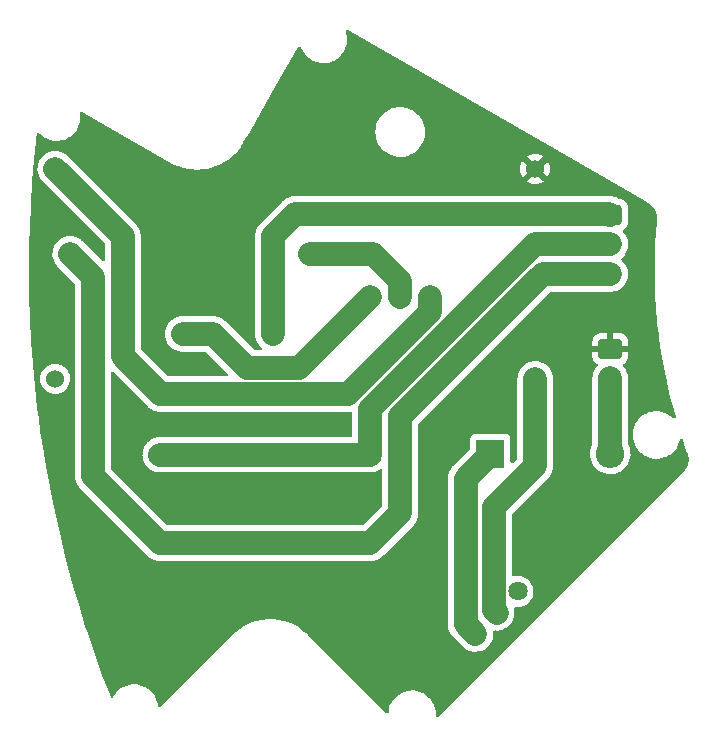
<source format=gbr>
%TF.GenerationSoftware,KiCad,Pcbnew,(6.0.5)*%
%TF.CreationDate,2022-10-17T22:26:28+09:00*%
%TF.ProjectId,kikker_PSU,6b696b6b-6572-45f5-9053-552e6b696361,rev?*%
%TF.SameCoordinates,Original*%
%TF.FileFunction,Copper,L2,Bot*%
%TF.FilePolarity,Positive*%
%FSLAX46Y46*%
G04 Gerber Fmt 4.6, Leading zero omitted, Abs format (unit mm)*
G04 Created by KiCad (PCBNEW (6.0.5)) date 2022-10-17 22:26:28*
%MOMM*%
%LPD*%
G01*
G04 APERTURE LIST*
G04 Aperture macros list*
%AMRoundRect*
0 Rectangle with rounded corners*
0 $1 Rounding radius*
0 $2 $3 $4 $5 $6 $7 $8 $9 X,Y pos of 4 corners*
0 Add a 4 corners polygon primitive as box body*
4,1,4,$2,$3,$4,$5,$6,$7,$8,$9,$2,$3,0*
0 Add four circle primitives for the rounded corners*
1,1,$1+$1,$2,$3*
1,1,$1+$1,$4,$5*
1,1,$1+$1,$6,$7*
1,1,$1+$1,$8,$9*
0 Add four rect primitives between the rounded corners*
20,1,$1+$1,$2,$3,$4,$5,0*
20,1,$1+$1,$4,$5,$6,$7,0*
20,1,$1+$1,$6,$7,$8,$9,0*
20,1,$1+$1,$8,$9,$2,$3,0*%
G04 Aperture macros list end*
%TA.AperFunction,ComponentPad*%
%ADD10C,1.400000*%
%TD*%
%TA.AperFunction,ComponentPad*%
%ADD11O,1.400000X1.400000*%
%TD*%
%TA.AperFunction,ComponentPad*%
%ADD12C,1.800000*%
%TD*%
%TA.AperFunction,ComponentPad*%
%ADD13RoundRect,0.250000X-0.750000X0.600000X-0.750000X-0.600000X0.750000X-0.600000X0.750000X0.600000X0*%
%TD*%
%TA.AperFunction,ComponentPad*%
%ADD14O,2.000000X1.700000*%
%TD*%
%TA.AperFunction,ComponentPad*%
%ADD15R,2.400000X2.400000*%
%TD*%
%TA.AperFunction,ComponentPad*%
%ADD16O,2.400000X2.400000*%
%TD*%
%TA.AperFunction,ComponentPad*%
%ADD17C,1.524000*%
%TD*%
%TA.AperFunction,ComponentPad*%
%ADD18RoundRect,0.250000X-0.725000X0.600000X-0.725000X-0.600000X0.725000X-0.600000X0.725000X0.600000X0*%
%TD*%
%TA.AperFunction,ComponentPad*%
%ADD19O,1.950000X1.700000*%
%TD*%
%TA.AperFunction,ComponentPad*%
%ADD20C,1.635000*%
%TD*%
%TA.AperFunction,ComponentPad*%
%ADD21C,2.000000*%
%TD*%
%TA.AperFunction,ViaPad*%
%ADD22C,0.800000*%
%TD*%
%TA.AperFunction,Conductor*%
%ADD23C,2.000000*%
%TD*%
G04 APERTURE END LIST*
D10*
%TO.P,R2,1*%
%TO.N,Net-(Q1-Pad3)*%
X130180000Y-96520000D03*
D11*
%TO.P,R2,2*%
%TO.N,Net-(Q1-Pad1)*%
X135260000Y-96520000D03*
%TD*%
D12*
%TO.P,Q1,1,G*%
%TO.N,Net-(Q1-Pad1)*%
X151130000Y-93401000D03*
%TO.P,Q1,2,D*%
%TO.N,Net-(Q1-Pad2)*%
X153670000Y-93401000D03*
%TO.P,Q1,3,S*%
%TO.N,Net-(Q1-Pad3)*%
X156210000Y-93401000D03*
%TD*%
D13*
%TO.P,J1,1,Pin_1*%
%TO.N,GND*%
X171450000Y-97790000D03*
D14*
%TO.P,J1,2,Pin_2*%
%TO.N,Net-(D1-Pad2)*%
X171450000Y-100290000D03*
%TD*%
D10*
%TO.P,R3,1*%
%TO.N,Net-(J2-Pad1)*%
X142880000Y-96520000D03*
D11*
%TO.P,R3,2*%
%TO.N,Net-(Q1-Pad1)*%
X137800000Y-96520000D03*
%TD*%
D15*
%TO.P,D1,1,K*%
%TO.N,+12V*%
X161290000Y-106680000D03*
D16*
%TO.P,D1,2,A*%
%TO.N,Net-(D1-Pad2)*%
X171450000Y-106680000D03*
%TD*%
D17*
%TO.P,U1,1,IN+*%
%TO.N,Net-(SW1-Pad2)*%
X165100000Y-100330000D03*
%TO.P,U1,2,IN-*%
%TO.N,GND*%
X165100000Y-82550000D03*
%TO.P,U1,3,OUT+*%
%TO.N,Net-(C1-Pad1)*%
X124460000Y-100330000D03*
%TO.P,U1,4,OUT-*%
%TO.N,Net-(Q1-Pad3)*%
X124460000Y-82550000D03*
%TD*%
D12*
%TO.P,R4,1*%
%TO.N,Net-(C1-Pad2)*%
X125730000Y-89757500D03*
%TO.P,R4,2*%
%TO.N,Net-(Q1-Pad2)*%
X146050000Y-89757500D03*
%TD*%
D18*
%TO.P,J2,1,Pin_1*%
%TO.N,Net-(J2-Pad1)*%
X171450000Y-86440000D03*
D19*
%TO.P,J2,2,Pin_2*%
%TO.N,Net-(C1-Pad1)*%
X171450000Y-88940000D03*
%TO.P,J2,3,Pin_3*%
%TO.N,Net-(C1-Pad2)*%
X171450000Y-91440000D03*
%TD*%
D20*
%TO.P,SW1,1*%
%TO.N,+12V*%
X160020000Y-121920000D03*
%TO.P,SW1,2*%
%TO.N,Net-(SW1-Pad2)*%
X161816051Y-120123949D03*
%TO.P,SW1,3*%
%TO.N,N/C*%
X163612102Y-118327898D03*
%TD*%
D21*
%TO.P,C1,1*%
%TO.N,Net-(C1-Pad1)*%
X133350000Y-106740000D03*
%TO.P,C1,2*%
%TO.N,Net-(C1-Pad2)*%
X133350000Y-114240000D03*
%TD*%
%TO.P,C2,1*%
%TO.N,Net-(C1-Pad1)*%
X151130000Y-106740000D03*
%TO.P,C2,2*%
%TO.N,Net-(C1-Pad2)*%
X151130000Y-114240000D03*
%TD*%
D22*
%TO.N,GND*%
X125095000Y-97790000D03*
X125095000Y-94615000D03*
X128270000Y-113665000D03*
X154305000Y-121920000D03*
X142240000Y-117475000D03*
X161925000Y-102870000D03*
X132715000Y-86995000D03*
X154940000Y-114935000D03*
X158750000Y-102870000D03*
X136525000Y-99060000D03*
X135255000Y-121920000D03*
X137795000Y-110490000D03*
X130175000Y-121920000D03*
X140335000Y-104140000D03*
X167005000Y-116205000D03*
X168275000Y-106680000D03*
X170815000Y-111125000D03*
X145415000Y-76200000D03*
X143510000Y-104140000D03*
X145415000Y-110490000D03*
X161925000Y-99060000D03*
X139065000Y-86995000D03*
X165100000Y-112395000D03*
X161290000Y-80010000D03*
X163830000Y-97155000D03*
X145415000Y-80645000D03*
X148590000Y-110490000D03*
X128905000Y-80645000D03*
X156210000Y-106680000D03*
X149225000Y-121920000D03*
X135255000Y-110490000D03*
%TD*%
D23*
%TO.N,Net-(C1-Pad1)*%
X151130000Y-102870000D02*
X151130000Y-106740000D01*
X165060000Y-88940000D02*
X151130000Y-102870000D01*
X151130000Y-106740000D02*
X133350000Y-106740000D01*
X171450000Y-88940000D02*
X165060000Y-88940000D01*
%TO.N,Net-(C1-Pad2)*%
X127640489Y-108530489D02*
X133350000Y-114240000D01*
X165735000Y-91440000D02*
X171450000Y-91440000D01*
X151130000Y-114240000D02*
X153670000Y-111700000D01*
X153670000Y-103505000D02*
X165735000Y-91440000D01*
X133350000Y-114240000D02*
X151130000Y-114240000D01*
X153670000Y-111700000D02*
X153670000Y-103505000D01*
X125730000Y-89757500D02*
X127640489Y-91667989D01*
X127640489Y-91667989D02*
X127640489Y-108530489D01*
%TO.N,+12V*%
X161290000Y-106680000D02*
X159202500Y-108767500D01*
X159202500Y-108767500D02*
X159202500Y-121102500D01*
X159202500Y-121102500D02*
X160020000Y-121920000D01*
%TO.N,Net-(D1-Pad2)*%
X171450000Y-106680000D02*
X171450000Y-100290000D01*
%TO.N,Net-(J2-Pad1)*%
X142880000Y-88260000D02*
X144780000Y-86360000D01*
X144780000Y-86360000D02*
X171370000Y-86360000D01*
X171370000Y-86360000D02*
X171450000Y-86440000D01*
X142880000Y-96520000D02*
X142880000Y-88260000D01*
%TO.N,Net-(Q1-Pad1)*%
X137800000Y-96520000D02*
X140680480Y-99400480D01*
X145130520Y-99400480D02*
X151130000Y-93401000D01*
X140680480Y-99400480D02*
X145130520Y-99400480D01*
X135260000Y-96520000D02*
X137800000Y-96520000D01*
%TO.N,Net-(Q1-Pad2)*%
X153670000Y-92075000D02*
X153670000Y-93401000D01*
X146050000Y-89757500D02*
X151352500Y-89757500D01*
X151352500Y-89757500D02*
X153670000Y-92075000D01*
%TO.N,Net-(Q1-Pad3)*%
X149283792Y-101600000D02*
X156210000Y-94673792D01*
X156210000Y-94673792D02*
X156210000Y-93401000D01*
X133350000Y-101600000D02*
X149283792Y-101600000D01*
X130180000Y-98430000D02*
X133350000Y-101600000D01*
X130180000Y-88270000D02*
X130180000Y-96520000D01*
X130180000Y-96520000D02*
X130180000Y-98430000D01*
X124460000Y-82550000D02*
X130180000Y-88270000D01*
%TO.N,Net-(SW1-Pad2)*%
X161595091Y-119902989D02*
X161816051Y-120123949D01*
X165100000Y-107669022D02*
X161595091Y-111173931D01*
X165100000Y-100330000D02*
X165100000Y-107669022D01*
X161595091Y-111173931D02*
X161595091Y-119902989D01*
%TD*%
%TA.AperFunction,Conductor*%
%TO.N,GND*%
G36*
X149211052Y-70755725D02*
G01*
X149228059Y-70763912D01*
X165763719Y-80310779D01*
X174529804Y-85371880D01*
X174608191Y-85417137D01*
X174624229Y-85428129D01*
X174635923Y-85437548D01*
X174635927Y-85437550D01*
X174642915Y-85443179D01*
X174651203Y-85446620D01*
X174651204Y-85446621D01*
X174657172Y-85449099D01*
X174679440Y-85461095D01*
X174818974Y-85555467D01*
X174833048Y-85566519D01*
X174976643Y-85696796D01*
X174989008Y-85709730D01*
X175112698Y-85859031D01*
X175123107Y-85873588D01*
X175224399Y-86038907D01*
X175232641Y-86054790D01*
X175309494Y-86232795D01*
X175315402Y-86249686D01*
X175366260Y-86436770D01*
X175369717Y-86454327D01*
X175393562Y-86646745D01*
X175394496Y-86664614D01*
X175393569Y-86713827D01*
X175391525Y-86822274D01*
X175388388Y-86844890D01*
X175388845Y-86844973D01*
X175387978Y-86849756D01*
X175386740Y-86854474D01*
X175386127Y-86860455D01*
X175386062Y-86860715D01*
X175386073Y-86860983D01*
X175385460Y-86866961D01*
X175385715Y-86871825D01*
X175385656Y-86874195D01*
X175385330Y-86880641D01*
X175290838Y-88119626D01*
X175290799Y-88120437D01*
X175290798Y-88120447D01*
X175262520Y-88702850D01*
X175229916Y-89374368D01*
X175229898Y-89375228D01*
X175229897Y-89375257D01*
X175208752Y-90386187D01*
X175203646Y-90630314D01*
X175203652Y-90631216D01*
X175203652Y-90631220D01*
X175206317Y-91029620D01*
X175212049Y-91886506D01*
X175212078Y-91887364D01*
X175212079Y-91887392D01*
X175226859Y-92318237D01*
X175255118Y-93141988D01*
X175255171Y-93142847D01*
X175255172Y-93142863D01*
X175332768Y-94394956D01*
X175332771Y-94394992D01*
X175332821Y-94395803D01*
X175332896Y-94396644D01*
X175332897Y-94396651D01*
X175422514Y-95395319D01*
X175445098Y-95646995D01*
X175445195Y-95647816D01*
X175445198Y-95647849D01*
X175555706Y-96587249D01*
X175591863Y-96894613D01*
X175591993Y-96895505D01*
X175761326Y-98057548D01*
X175773006Y-98137705D01*
X175773154Y-98138558D01*
X175773157Y-98138574D01*
X175977689Y-99313852D01*
X175988387Y-99375323D01*
X175988559Y-99376171D01*
X175988559Y-99376172D01*
X176226687Y-100551463D01*
X176237843Y-100606526D01*
X176238028Y-100607327D01*
X176238033Y-100607348D01*
X176520987Y-101829526D01*
X176521184Y-101830376D01*
X176521398Y-101831195D01*
X176521403Y-101831217D01*
X176822779Y-102986831D01*
X176838194Y-103045939D01*
X176838437Y-103046776D01*
X176838441Y-103046790D01*
X176971996Y-103506544D01*
X176971791Y-103577540D01*
X176933235Y-103637155D01*
X176868569Y-103666462D01*
X176798325Y-103656155D01*
X176758699Y-103627464D01*
X176741397Y-103608845D01*
X176738082Y-103606131D01*
X176738078Y-103606128D01*
X176532795Y-103438106D01*
X176529477Y-103435390D01*
X176295976Y-103292301D01*
X176292040Y-103290573D01*
X176049145Y-103183949D01*
X176049141Y-103183948D01*
X176045217Y-103182225D01*
X175781838Y-103107200D01*
X175777596Y-103106596D01*
X175777590Y-103106595D01*
X175547357Y-103073828D01*
X175510715Y-103068613D01*
X175366861Y-103067860D01*
X175241149Y-103067202D01*
X175241143Y-103067202D01*
X175236863Y-103067180D01*
X175232619Y-103067739D01*
X175232615Y-103067739D01*
X175135489Y-103080526D01*
X174965350Y-103102925D01*
X174961210Y-103104058D01*
X174961208Y-103104058D01*
X174927871Y-103113178D01*
X174701200Y-103175188D01*
X174697252Y-103176872D01*
X174453254Y-103280946D01*
X174453250Y-103280948D01*
X174449302Y-103282632D01*
X174429397Y-103294545D01*
X174217997Y-103421064D01*
X174217993Y-103421067D01*
X174214315Y-103423268D01*
X174000590Y-103594494D01*
X173812080Y-103793142D01*
X173652274Y-104015536D01*
X173524129Y-104257561D01*
X173522657Y-104261584D01*
X173522655Y-104261588D01*
X173480144Y-104377755D01*
X173430015Y-104514737D01*
X173371676Y-104782307D01*
X173350189Y-105055318D01*
X173350606Y-105062556D01*
X173365954Y-105328720D01*
X173418677Y-105597453D01*
X173420064Y-105601503D01*
X173420065Y-105601508D01*
X173504055Y-105846821D01*
X173507384Y-105856544D01*
X173550569Y-105942409D01*
X173608508Y-106057607D01*
X173630432Y-106101199D01*
X173632858Y-106104728D01*
X173632861Y-106104734D01*
X173766497Y-106299174D01*
X173785546Y-106326890D01*
X173969854Y-106529443D01*
X173973149Y-106532198D01*
X173973150Y-106532199D01*
X174017654Y-106569410D01*
X174179947Y-106705107D01*
X174183588Y-106707391D01*
X174408296Y-106848351D01*
X174408300Y-106848353D01*
X174411936Y-106850634D01*
X174492057Y-106886810D01*
X174657617Y-106961564D01*
X174657621Y-106961566D01*
X174661529Y-106963330D01*
X174665649Y-106964550D01*
X174665648Y-106964550D01*
X174919995Y-107039891D01*
X174919999Y-107039892D01*
X174924108Y-107041109D01*
X174928342Y-107041757D01*
X174928347Y-107041758D01*
X175190570Y-107081883D01*
X175190572Y-107081883D01*
X175194812Y-107082532D01*
X175334184Y-107084722D01*
X175464343Y-107086767D01*
X175464349Y-107086767D01*
X175468634Y-107086834D01*
X175740507Y-107053934D01*
X176005399Y-106984441D01*
X176009359Y-106982801D01*
X176009364Y-106982799D01*
X176131904Y-106932041D01*
X176258408Y-106879641D01*
X176446606Y-106769667D01*
X176491151Y-106743637D01*
X176491152Y-106743636D01*
X176494854Y-106741473D01*
X176710361Y-106572494D01*
X176726951Y-106555375D01*
X176897958Y-106378909D01*
X176900941Y-106375831D01*
X176903474Y-106372383D01*
X176903478Y-106372378D01*
X177060529Y-106158578D01*
X177063067Y-106155123D01*
X177065113Y-106151355D01*
X177191690Y-105918230D01*
X177191691Y-105918228D01*
X177193740Y-105914454D01*
X177282745Y-105678909D01*
X177289023Y-105662295D01*
X177289024Y-105662291D01*
X177290541Y-105658277D01*
X177333516Y-105470637D01*
X177368221Y-105408701D01*
X177430902Y-105375360D01*
X177501658Y-105381199D01*
X177558025Y-105424366D01*
X177575210Y-105456993D01*
X177708835Y-105837264D01*
X177980535Y-106610467D01*
X177982902Y-106618115D01*
X177983660Y-106622165D01*
X177985659Y-106627826D01*
X177985712Y-106628091D01*
X177985837Y-106628331D01*
X177987840Y-106634002D01*
X177990974Y-106639822D01*
X177993124Y-106643815D01*
X178003256Y-106668654D01*
X178048929Y-106827106D01*
X178052652Y-106844610D01*
X178079418Y-107036638D01*
X178080623Y-107054491D01*
X178079917Y-107248364D01*
X178078581Y-107266206D01*
X178066515Y-107348385D01*
X178050415Y-107458029D01*
X178046565Y-107475504D01*
X177997076Y-107642609D01*
X177991510Y-107661402D01*
X177985225Y-107678151D01*
X177904810Y-107853458D01*
X177904387Y-107854380D01*
X177895791Y-107870073D01*
X177797529Y-108022632D01*
X177790805Y-108033071D01*
X177780073Y-108047387D01*
X177709760Y-108128474D01*
X177674237Y-108169440D01*
X177661552Y-108181108D01*
X177655229Y-108187278D01*
X177647984Y-108192570D01*
X177642515Y-108199684D01*
X177642513Y-108199686D01*
X177628572Y-108217821D01*
X177617774Y-108230122D01*
X156889771Y-128958124D01*
X156827459Y-128992150D01*
X156756644Y-128987085D01*
X156699808Y-128944538D01*
X156674997Y-128878018D01*
X156675175Y-128857829D01*
X156684073Y-128758130D01*
X156684073Y-128758121D01*
X156684293Y-128755661D01*
X156684735Y-128713500D01*
X156679842Y-128641727D01*
X156666401Y-128444555D01*
X156666400Y-128444549D01*
X156666109Y-128440278D01*
X156610574Y-128172112D01*
X156519159Y-127913965D01*
X156393555Y-127670612D01*
X156384218Y-127657326D01*
X156238550Y-127450062D01*
X156236087Y-127446557D01*
X156110266Y-127311157D01*
X156052588Y-127249088D01*
X156052585Y-127249085D01*
X156049667Y-127245945D01*
X156046352Y-127243231D01*
X156046348Y-127243228D01*
X155841065Y-127075206D01*
X155837747Y-127072490D01*
X155604246Y-126929401D01*
X155592929Y-126924433D01*
X155357415Y-126821049D01*
X155357411Y-126821048D01*
X155353487Y-126819325D01*
X155090108Y-126744300D01*
X155085866Y-126743696D01*
X155085860Y-126743695D01*
X154867452Y-126712611D01*
X154818985Y-126705713D01*
X154675131Y-126704960D01*
X154549419Y-126704302D01*
X154549413Y-126704302D01*
X154545133Y-126704280D01*
X154540889Y-126704839D01*
X154540885Y-126704839D01*
X154458259Y-126715717D01*
X154273620Y-126740025D01*
X154269480Y-126741158D01*
X154269478Y-126741158D01*
X154196550Y-126761109D01*
X154009470Y-126812288D01*
X154005522Y-126813972D01*
X153761524Y-126918046D01*
X153761520Y-126918048D01*
X153757572Y-126919732D01*
X153737667Y-126931645D01*
X153526267Y-127058164D01*
X153526263Y-127058167D01*
X153522585Y-127060368D01*
X153308860Y-127231594D01*
X153197506Y-127348936D01*
X153153811Y-127394982D01*
X153120350Y-127430242D01*
X152960544Y-127652636D01*
X152832399Y-127894661D01*
X152830927Y-127898684D01*
X152830925Y-127898688D01*
X152739756Y-128147817D01*
X152738285Y-128151837D01*
X152679946Y-128419407D01*
X152679610Y-128423677D01*
X152671345Y-128528687D01*
X152646059Y-128595029D01*
X152588921Y-128637168D01*
X152518071Y-128641727D01*
X152456638Y-128607896D01*
X145876372Y-122027631D01*
X145862825Y-122011615D01*
X145854005Y-121999227D01*
X145851182Y-121995262D01*
X145842414Y-121986278D01*
X145838527Y-121983365D01*
X145836398Y-121981496D01*
X145830246Y-121976393D01*
X145824945Y-121971535D01*
X145712328Y-121868341D01*
X145553531Y-121722830D01*
X145553523Y-121722823D01*
X145551495Y-121720965D01*
X145239159Y-121481301D01*
X144907123Y-121269771D01*
X144557916Y-121087985D01*
X144194193Y-120937326D01*
X144191573Y-120936500D01*
X144191565Y-120936497D01*
X143821353Y-120819770D01*
X143821348Y-120819769D01*
X143818723Y-120818941D01*
X143434365Y-120733731D01*
X143431646Y-120733373D01*
X143431640Y-120733372D01*
X143285598Y-120714145D01*
X143044042Y-120682344D01*
X143041293Y-120682224D01*
X143041282Y-120682223D01*
X142653474Y-120665291D01*
X142650726Y-120665171D01*
X142647978Y-120665291D01*
X142260170Y-120682223D01*
X142260159Y-120682224D01*
X142257410Y-120682344D01*
X142015854Y-120714145D01*
X141869812Y-120733372D01*
X141869806Y-120733373D01*
X141867087Y-120733731D01*
X141482729Y-120818941D01*
X141480104Y-120819769D01*
X141480099Y-120819770D01*
X141109887Y-120936497D01*
X141109879Y-120936500D01*
X141107259Y-120937326D01*
X140743536Y-121087985D01*
X140394329Y-121269771D01*
X140062293Y-121481301D01*
X139749957Y-121720965D01*
X139747929Y-121722823D01*
X139747921Y-121722830D01*
X139482559Y-121965990D01*
X139475705Y-121971535D01*
X139475727Y-121971562D01*
X139471988Y-121974686D01*
X139468021Y-121977510D01*
X139464540Y-121980907D01*
X139464536Y-121980911D01*
X139463937Y-121981496D01*
X139459038Y-121986278D01*
X139456123Y-121990167D01*
X139456119Y-121990172D01*
X139442298Y-122008613D01*
X139430567Y-122022143D01*
X133364176Y-128088535D01*
X133301864Y-128122561D01*
X133231049Y-128117496D01*
X133174213Y-128074949D01*
X133149373Y-128008010D01*
X133143753Y-127925572D01*
X133143752Y-127925566D01*
X133143461Y-127921295D01*
X133137161Y-127890871D01*
X133092335Y-127674419D01*
X133087926Y-127653129D01*
X132996511Y-127394982D01*
X132870907Y-127151629D01*
X132860934Y-127137438D01*
X132756265Y-126988509D01*
X132713439Y-126927574D01*
X132544224Y-126745477D01*
X132529940Y-126730105D01*
X132529937Y-126730102D01*
X132527019Y-126726962D01*
X132523704Y-126724248D01*
X132523700Y-126724245D01*
X132318417Y-126556223D01*
X132315099Y-126553507D01*
X132081598Y-126410418D01*
X132077662Y-126408690D01*
X131834767Y-126302066D01*
X131834763Y-126302065D01*
X131830839Y-126300342D01*
X131567460Y-126225317D01*
X131563218Y-126224713D01*
X131563212Y-126224712D01*
X131362728Y-126196179D01*
X131296337Y-126186730D01*
X131152483Y-126185977D01*
X131026771Y-126185319D01*
X131026765Y-126185319D01*
X131022485Y-126185297D01*
X131018241Y-126185856D01*
X131018237Y-126185856D01*
X130899196Y-126201528D01*
X130750972Y-126221042D01*
X130746832Y-126222175D01*
X130746830Y-126222175D01*
X130673902Y-126242126D01*
X130486822Y-126293305D01*
X130482874Y-126294989D01*
X130238876Y-126399063D01*
X130238872Y-126399065D01*
X130234924Y-126400749D01*
X130215019Y-126412662D01*
X130003619Y-126539181D01*
X130003615Y-126539184D01*
X129999937Y-126541385D01*
X129786212Y-126712611D01*
X129597702Y-126911259D01*
X129437896Y-127133653D01*
X129379880Y-127243228D01*
X129379295Y-127244332D01*
X129329742Y-127295175D01*
X129260568Y-127311157D01*
X129193734Y-127287204D01*
X129151130Y-127232611D01*
X129052415Y-126988509D01*
X129051517Y-126986223D01*
X128828769Y-126402956D01*
X128367493Y-125195099D01*
X128366654Y-125192837D01*
X127717663Y-123388698D01*
X127716854Y-123386379D01*
X127314119Y-122194366D01*
X127103125Y-121569864D01*
X127102376Y-121567572D01*
X127097680Y-121552722D01*
X126524212Y-119739571D01*
X126523494Y-119737224D01*
X125981047Y-117898229D01*
X125980375Y-117895866D01*
X125473888Y-116046700D01*
X125473262Y-116044326D01*
X125002894Y-114185567D01*
X125002315Y-114183180D01*
X124568283Y-112315679D01*
X124567750Y-112313281D01*
X124483512Y-111915856D01*
X124170179Y-110437585D01*
X124169697Y-110435192D01*
X123808783Y-108552213D01*
X123808344Y-108549797D01*
X123658825Y-107678156D01*
X123484184Y-106660063D01*
X123483797Y-106657669D01*
X123480861Y-106638289D01*
X123337557Y-105692613D01*
X123196532Y-104761974D01*
X123196188Y-104759542D01*
X123050924Y-103656155D01*
X122945927Y-102858624D01*
X122945635Y-102856227D01*
X122945182Y-102852171D01*
X122732469Y-100950764D01*
X122732223Y-100948346D01*
X122700792Y-100607348D01*
X122675227Y-100330000D01*
X123184647Y-100330000D01*
X123204022Y-100551463D01*
X123261560Y-100766196D01*
X123263882Y-100771177D01*
X123263883Y-100771178D01*
X123353186Y-100962689D01*
X123353189Y-100962694D01*
X123355512Y-100967676D01*
X123483023Y-101149781D01*
X123640219Y-101306977D01*
X123644727Y-101310134D01*
X123644730Y-101310136D01*
X123720495Y-101363187D01*
X123822323Y-101434488D01*
X123827305Y-101436811D01*
X123827310Y-101436814D01*
X124018822Y-101526117D01*
X124023804Y-101528440D01*
X124029112Y-101529862D01*
X124029114Y-101529863D01*
X124094949Y-101547503D01*
X124238537Y-101585978D01*
X124460000Y-101605353D01*
X124681463Y-101585978D01*
X124825051Y-101547503D01*
X124890886Y-101529863D01*
X124890888Y-101529862D01*
X124896196Y-101528440D01*
X124901178Y-101526117D01*
X125092690Y-101436814D01*
X125092695Y-101436811D01*
X125097677Y-101434488D01*
X125199505Y-101363187D01*
X125275270Y-101310136D01*
X125275273Y-101310134D01*
X125279781Y-101306977D01*
X125436977Y-101149781D01*
X125564488Y-100967676D01*
X125566811Y-100962694D01*
X125566814Y-100962689D01*
X125656117Y-100771178D01*
X125656118Y-100771177D01*
X125658440Y-100766196D01*
X125715978Y-100551463D01*
X125735353Y-100330000D01*
X125715978Y-100108537D01*
X125672846Y-99947568D01*
X125659863Y-99899114D01*
X125659862Y-99899112D01*
X125658440Y-99893804D01*
X125656117Y-99888822D01*
X125566814Y-99697311D01*
X125566811Y-99697306D01*
X125564488Y-99692324D01*
X125555612Y-99679648D01*
X125440136Y-99514730D01*
X125440134Y-99514727D01*
X125436977Y-99510219D01*
X125279781Y-99353023D01*
X125275273Y-99349866D01*
X125275270Y-99349864D01*
X125199505Y-99296813D01*
X125097677Y-99225512D01*
X125092695Y-99223189D01*
X125092690Y-99223186D01*
X124901178Y-99133883D01*
X124901177Y-99133882D01*
X124896196Y-99131560D01*
X124890888Y-99130138D01*
X124890886Y-99130137D01*
X124801164Y-99106096D01*
X124681463Y-99074022D01*
X124460000Y-99054647D01*
X124238537Y-99074022D01*
X124118836Y-99106096D01*
X124029114Y-99130137D01*
X124029112Y-99130138D01*
X124023804Y-99131560D01*
X124018823Y-99133882D01*
X124018822Y-99133883D01*
X123827311Y-99223186D01*
X123827306Y-99223189D01*
X123822324Y-99225512D01*
X123817817Y-99228668D01*
X123817815Y-99228669D01*
X123644730Y-99349864D01*
X123644727Y-99349866D01*
X123640219Y-99353023D01*
X123483023Y-99510219D01*
X123479866Y-99514727D01*
X123479864Y-99514730D01*
X123364388Y-99679648D01*
X123355512Y-99692324D01*
X123353189Y-99697306D01*
X123353186Y-99697311D01*
X123263883Y-99888822D01*
X123261560Y-99893804D01*
X123260138Y-99899112D01*
X123260137Y-99899114D01*
X123247154Y-99947568D01*
X123204022Y-100108537D01*
X123184647Y-100330000D01*
X122675227Y-100330000D01*
X122655742Y-100118615D01*
X122556244Y-99039165D01*
X122556042Y-99036717D01*
X122417304Y-97124428D01*
X122417150Y-97121977D01*
X122315710Y-95207348D01*
X122315604Y-95204895D01*
X122251501Y-93288651D01*
X122251443Y-93286195D01*
X122224702Y-91369072D01*
X122224692Y-91366616D01*
X122234491Y-89599114D01*
X122235321Y-89449379D01*
X122235358Y-89446928D01*
X122249501Y-88882159D01*
X122283356Y-87530167D01*
X122283442Y-87527712D01*
X122368785Y-85612348D01*
X122368918Y-85609896D01*
X122491581Y-83696506D01*
X122491762Y-83694057D01*
X122580897Y-82629205D01*
X122948666Y-82629205D01*
X122949335Y-82634218D01*
X122949335Y-82634220D01*
X122968345Y-82776691D01*
X122980771Y-82869820D01*
X122982233Y-82874661D01*
X122982233Y-82874663D01*
X122996532Y-82922022D01*
X123050933Y-83102208D01*
X123157346Y-83320388D01*
X123297274Y-83518747D01*
X123316909Y-83540250D01*
X128634595Y-88857936D01*
X128668621Y-88920248D01*
X128671500Y-88947031D01*
X128671500Y-90261469D01*
X128651498Y-90329590D01*
X128597842Y-90376083D01*
X128527568Y-90386187D01*
X128462988Y-90356693D01*
X128456405Y-90350564D01*
X126753536Y-88647695D01*
X126751626Y-88646069D01*
X126751619Y-88646063D01*
X126619132Y-88533308D01*
X126619130Y-88533306D01*
X126615280Y-88530030D01*
X126407642Y-88404279D01*
X126182571Y-88313345D01*
X126097494Y-88294016D01*
X125950787Y-88260685D01*
X125950784Y-88260684D01*
X125945856Y-88259565D01*
X125940809Y-88259247D01*
X125940806Y-88259247D01*
X125720350Y-88245377D01*
X125703587Y-88244322D01*
X125515524Y-88262763D01*
X125467025Y-88267518D01*
X125467024Y-88267518D01*
X125461998Y-88268011D01*
X125227304Y-88330019D01*
X125005544Y-88428754D01*
X124802422Y-88561674D01*
X124710004Y-88646063D01*
X124647814Y-88702850D01*
X124623164Y-88725358D01*
X124546105Y-88822583D01*
X124475527Y-88911629D01*
X124475523Y-88911635D01*
X124472382Y-88915598D01*
X124454815Y-88947031D01*
X124369765Y-89099210D01*
X124353955Y-89127498D01*
X124270930Y-89355605D01*
X124269982Y-89360574D01*
X124269981Y-89360578D01*
X124267181Y-89375257D01*
X124225444Y-89594053D01*
X124218666Y-89836705D01*
X124250771Y-90077320D01*
X124252233Y-90082161D01*
X124252233Y-90082163D01*
X124313660Y-90285618D01*
X124320933Y-90309708D01*
X124427346Y-90527888D01*
X124430259Y-90532017D01*
X124549901Y-90701619D01*
X124567274Y-90726247D01*
X124586909Y-90747750D01*
X126095084Y-92255925D01*
X126129110Y-92318237D01*
X126131989Y-92345020D01*
X126131989Y-108506473D01*
X126131940Y-108509991D01*
X126129483Y-108597968D01*
X126129155Y-108609694D01*
X126139225Y-108685160D01*
X126139547Y-108687575D01*
X126140247Y-108694128D01*
X126146549Y-108772454D01*
X126154386Y-108804359D01*
X126156915Y-108817747D01*
X126161260Y-108850309D01*
X126162721Y-108855150D01*
X126162722Y-108855152D01*
X126183967Y-108925518D01*
X126185708Y-108931879D01*
X126204452Y-109008195D01*
X126206430Y-109012855D01*
X126217290Y-109038440D01*
X126221927Y-109051250D01*
X126231422Y-109082697D01*
X126233640Y-109087245D01*
X126233643Y-109087252D01*
X126265860Y-109153307D01*
X126268596Y-109159309D01*
X126299301Y-109231645D01*
X126301993Y-109235919D01*
X126316808Y-109259445D01*
X126323434Y-109271349D01*
X126337835Y-109300877D01*
X126376323Y-109355436D01*
X126383130Y-109365086D01*
X126386790Y-109370575D01*
X126428656Y-109437056D01*
X126431997Y-109440845D01*
X126432001Y-109440851D01*
X126450387Y-109461706D01*
X126458833Y-109472401D01*
X126477763Y-109499236D01*
X126497398Y-109520739D01*
X126537114Y-109560455D01*
X126542533Y-109566225D01*
X126585839Y-109615347D01*
X126585842Y-109615350D01*
X126589187Y-109619144D01*
X126593095Y-109622354D01*
X126593096Y-109622355D01*
X126621478Y-109645668D01*
X126630597Y-109653938D01*
X132237915Y-115261256D01*
X132244620Y-115268509D01*
X132280031Y-115309969D01*
X132303855Y-115330317D01*
X132313556Y-115339539D01*
X132337332Y-115364681D01*
X132341358Y-115367759D01*
X132341359Y-115367760D01*
X132399092Y-115411900D01*
X132404394Y-115416185D01*
X132458793Y-115462647D01*
X132458803Y-115462655D01*
X132460584Y-115464176D01*
X132461533Y-115464757D01*
X132464720Y-115467470D01*
X132469051Y-115470093D01*
X132469058Y-115470098D01*
X132492824Y-115484491D01*
X132504071Y-115492163D01*
X132530174Y-115512120D01*
X132534637Y-115514513D01*
X132596151Y-115547496D01*
X132602446Y-115551109D01*
X132663037Y-115588240D01*
X132665519Y-115589268D01*
X132666864Y-115590017D01*
X132668038Y-115590605D01*
X132672358Y-115593221D01*
X132702817Y-115605527D01*
X132715158Y-115611307D01*
X132744109Y-115626831D01*
X132812188Y-115650272D01*
X132819333Y-115652979D01*
X132882406Y-115679105D01*
X132886820Y-115680165D01*
X132891569Y-115681893D01*
X132892733Y-115682258D01*
X132897429Y-115684155D01*
X132902369Y-115685277D01*
X132902368Y-115685277D01*
X132929460Y-115691432D01*
X132942559Y-115695163D01*
X132973631Y-115705862D01*
X133041739Y-115717626D01*
X133049673Y-115719262D01*
X133108476Y-115733380D01*
X133108482Y-115733381D01*
X133113289Y-115734535D01*
X133118220Y-115734923D01*
X133122887Y-115735662D01*
X133127867Y-115736621D01*
X133129216Y-115736815D01*
X133134144Y-115737935D01*
X133166953Y-115739999D01*
X133180453Y-115741585D01*
X133212836Y-115747179D01*
X133216793Y-115747359D01*
X133216796Y-115747359D01*
X133240506Y-115748436D01*
X133240525Y-115748436D01*
X133241925Y-115748500D01*
X133285771Y-115748500D01*
X133295657Y-115748888D01*
X133345070Y-115752777D01*
X133350000Y-115753165D01*
X133354932Y-115752777D01*
X133359882Y-115752777D01*
X133359882Y-115752892D01*
X133370534Y-115752809D01*
X133371357Y-115752861D01*
X133371370Y-115752861D01*
X133376413Y-115753178D01*
X133417992Y-115749101D01*
X133430288Y-115748500D01*
X151065771Y-115748500D01*
X151075657Y-115748888D01*
X151106736Y-115751334D01*
X151130000Y-115753165D01*
X151134930Y-115752777D01*
X151134940Y-115752777D01*
X151161226Y-115750708D01*
X151174623Y-115750368D01*
X151198717Y-115751041D01*
X151204152Y-115751193D01*
X151204153Y-115751193D01*
X151209205Y-115751334D01*
X151286271Y-115741051D01*
X151293046Y-115740332D01*
X151307135Y-115739223D01*
X151364376Y-115734719D01*
X151364382Y-115734718D01*
X151366711Y-115734535D01*
X151367790Y-115734276D01*
X151371965Y-115733940D01*
X151403878Y-115726101D01*
X151417258Y-115723574D01*
X151449820Y-115719229D01*
X151521499Y-115697588D01*
X151528486Y-115695697D01*
X151571886Y-115685277D01*
X151597594Y-115679105D01*
X151600075Y-115678077D01*
X151601553Y-115677656D01*
X151602794Y-115677243D01*
X151607706Y-115676037D01*
X151637952Y-115663199D01*
X151650763Y-115658561D01*
X151677362Y-115650530D01*
X151682208Y-115649067D01*
X151746894Y-115617518D01*
X151753911Y-115614357D01*
X151812381Y-115590138D01*
X151812382Y-115590137D01*
X151816963Y-115588240D01*
X151820836Y-115585867D01*
X151825425Y-115583727D01*
X151826507Y-115583161D01*
X151831156Y-115581188D01*
X151858956Y-115563681D01*
X151870860Y-115557055D01*
X151900388Y-115542654D01*
X151956856Y-115502820D01*
X151963618Y-115498369D01*
X152019416Y-115464176D01*
X152023182Y-115460959D01*
X152027010Y-115458178D01*
X152031190Y-115455349D01*
X152032288Y-115454527D01*
X152036567Y-115451833D01*
X152040358Y-115448491D01*
X152040367Y-115448484D01*
X152061217Y-115430102D01*
X152071912Y-115421656D01*
X152074863Y-115419574D01*
X152098747Y-115402726D01*
X152120250Y-115383091D01*
X152151256Y-115352085D01*
X152158509Y-115345380D01*
X152199969Y-115309969D01*
X152203186Y-115306203D01*
X152206686Y-115302703D01*
X152206768Y-115302785D01*
X152214236Y-115295198D01*
X152218655Y-115291302D01*
X152245179Y-115259011D01*
X152253449Y-115249892D01*
X154719666Y-112783675D01*
X154722188Y-112781221D01*
X154791001Y-112716148D01*
X154794681Y-112712668D01*
X154842418Y-112650231D01*
X154846531Y-112645132D01*
X154897470Y-112585280D01*
X154900089Y-112580955D01*
X154900093Y-112580950D01*
X154914491Y-112557176D01*
X154922163Y-112545929D01*
X154942120Y-112519826D01*
X154979247Y-112450584D01*
X154982510Y-112444863D01*
X155020602Y-112381966D01*
X155020603Y-112381965D01*
X155023220Y-112377643D01*
X155035534Y-112347166D01*
X155041303Y-112334850D01*
X155056831Y-112305891D01*
X155082423Y-112231567D01*
X155084718Y-112225429D01*
X155112258Y-112157267D01*
X155112259Y-112157263D01*
X155114155Y-112152571D01*
X155121432Y-112120539D01*
X155125163Y-112107441D01*
X155135862Y-112076369D01*
X155149243Y-111998900D01*
X155150526Y-111992482D01*
X155166815Y-111920786D01*
X155166815Y-111920785D01*
X155167935Y-111915856D01*
X155169999Y-111883047D01*
X155171585Y-111869547D01*
X155177179Y-111837164D01*
X155178500Y-111808075D01*
X155178500Y-111751893D01*
X155178749Y-111743981D01*
X155182860Y-111678642D01*
X155183178Y-111673588D01*
X155179101Y-111632009D01*
X155178500Y-111619713D01*
X155178500Y-108793913D01*
X157689322Y-108793913D01*
X157693150Y-108832955D01*
X157693399Y-108835492D01*
X157694000Y-108847788D01*
X157694000Y-121078484D01*
X157693951Y-121082002D01*
X157691166Y-121181705D01*
X157691835Y-121186719D01*
X157701558Y-121259586D01*
X157702258Y-121266139D01*
X157702670Y-121271252D01*
X157706797Y-121322549D01*
X157708560Y-121344465D01*
X157716397Y-121376370D01*
X157718926Y-121389758D01*
X157723271Y-121422320D01*
X157724732Y-121427161D01*
X157724733Y-121427163D01*
X157745978Y-121497529D01*
X157747719Y-121503890D01*
X157766463Y-121580206D01*
X157768441Y-121584866D01*
X157779301Y-121610451D01*
X157783938Y-121623261D01*
X157793433Y-121654708D01*
X157795651Y-121659256D01*
X157795654Y-121659263D01*
X157827871Y-121725318D01*
X157830607Y-121731320D01*
X157861312Y-121803656D01*
X157864004Y-121807930D01*
X157878819Y-121831456D01*
X157885445Y-121843360D01*
X157899846Y-121872888D01*
X157902765Y-121877025D01*
X157902765Y-121877026D01*
X157945141Y-121937097D01*
X157948801Y-121942586D01*
X157974178Y-121982883D01*
X157990667Y-122009067D01*
X157994008Y-122012856D01*
X157994012Y-122012862D01*
X158012398Y-122033717D01*
X158020844Y-122044412D01*
X158039774Y-122071247D01*
X158042444Y-122074171D01*
X158055460Y-122088425D01*
X158059409Y-122092750D01*
X158099125Y-122132466D01*
X158104544Y-122138236D01*
X158147850Y-122187358D01*
X158147853Y-122187361D01*
X158151198Y-122191155D01*
X158155106Y-122194365D01*
X158155107Y-122194366D01*
X158183489Y-122217679D01*
X158192608Y-122225949D01*
X158996464Y-123029805D01*
X158998374Y-123031431D01*
X158998381Y-123031437D01*
X159130868Y-123144192D01*
X159134720Y-123147470D01*
X159342358Y-123273221D01*
X159347047Y-123275115D01*
X159347046Y-123275115D01*
X159562733Y-123362259D01*
X159562736Y-123362260D01*
X159567429Y-123364156D01*
X159717907Y-123398343D01*
X159799210Y-123416814D01*
X159799212Y-123416814D01*
X159804145Y-123417935D01*
X159809195Y-123418253D01*
X159809197Y-123418253D01*
X160041359Y-123432860D01*
X160046413Y-123433178D01*
X160288002Y-123409490D01*
X160292893Y-123408198D01*
X160292897Y-123408197D01*
X160517808Y-123348773D01*
X160517814Y-123348771D01*
X160522696Y-123347481D01*
X160744456Y-123248747D01*
X160749558Y-123245408D01*
X160943342Y-123118600D01*
X160943345Y-123118598D01*
X160947579Y-123115827D01*
X161039998Y-123031437D01*
X161123101Y-122955554D01*
X161123105Y-122955550D01*
X161126837Y-122952142D01*
X161277619Y-122761902D01*
X161293919Y-122732738D01*
X161393580Y-122554416D01*
X161393582Y-122554412D01*
X161396046Y-122550003D01*
X161437434Y-122436292D01*
X161477338Y-122326658D01*
X161477340Y-122326651D01*
X161479071Y-122321895D01*
X161524556Y-122083447D01*
X161531334Y-121840795D01*
X161521582Y-121767709D01*
X161532399Y-121697542D01*
X161579434Y-121644361D01*
X161654387Y-121625294D01*
X161837409Y-121636809D01*
X161837410Y-121636809D01*
X161842464Y-121637127D01*
X162084053Y-121613439D01*
X162088944Y-121612147D01*
X162088948Y-121612146D01*
X162313859Y-121552722D01*
X162313865Y-121552720D01*
X162318747Y-121551430D01*
X162540507Y-121452696D01*
X162579526Y-121427163D01*
X162739393Y-121322549D01*
X162739396Y-121322547D01*
X162743630Y-121319776D01*
X162796771Y-121271252D01*
X162919152Y-121159503D01*
X162919156Y-121159499D01*
X162922888Y-121156091D01*
X162983000Y-121080248D01*
X163070526Y-120969818D01*
X163070527Y-120969816D01*
X163073670Y-120965851D01*
X163089613Y-120937326D01*
X163189631Y-120758365D01*
X163189633Y-120758361D01*
X163192097Y-120753952D01*
X163233485Y-120640241D01*
X163273389Y-120530607D01*
X163273391Y-120530600D01*
X163275122Y-120525844D01*
X163320607Y-120287396D01*
X163327385Y-120044744D01*
X163295280Y-119804129D01*
X163293816Y-119799279D01*
X163292873Y-119794918D01*
X163298027Y-119724109D01*
X163340645Y-119667327D01*
X163407196Y-119642600D01*
X163427005Y-119642769D01*
X163612102Y-119658963D01*
X163843239Y-119638741D01*
X163848552Y-119637317D01*
X163848554Y-119637317D01*
X164062043Y-119580113D01*
X164062045Y-119580112D01*
X164067353Y-119578690D01*
X164072335Y-119576367D01*
X164272648Y-119482960D01*
X164272653Y-119482957D01*
X164277635Y-119480634D01*
X164383824Y-119406279D01*
X164463183Y-119350712D01*
X164463186Y-119350710D01*
X164467694Y-119347553D01*
X164631757Y-119183490D01*
X164764838Y-118993430D01*
X164862894Y-118783149D01*
X164922945Y-118559035D01*
X164943167Y-118327898D01*
X164922945Y-118096761D01*
X164869434Y-117897053D01*
X164864317Y-117877957D01*
X164864316Y-117877955D01*
X164862894Y-117872647D01*
X164764838Y-117662366D01*
X164631757Y-117472306D01*
X164467694Y-117308243D01*
X164463186Y-117305086D01*
X164463183Y-117305084D01*
X164383824Y-117249517D01*
X164277635Y-117175162D01*
X164272653Y-117172839D01*
X164272648Y-117172836D01*
X164072335Y-117079429D01*
X164072334Y-117079428D01*
X164067353Y-117077106D01*
X164062045Y-117075684D01*
X164062043Y-117075683D01*
X163848554Y-117018479D01*
X163848552Y-117018479D01*
X163843239Y-117017055D01*
X163612102Y-116996833D01*
X163380965Y-117017055D01*
X163375652Y-117018479D01*
X163375650Y-117018479D01*
X163262202Y-117048877D01*
X163191225Y-117047187D01*
X163132430Y-117007393D01*
X163104482Y-116942128D01*
X163103591Y-116927170D01*
X163103591Y-111850962D01*
X163123593Y-111782841D01*
X163140496Y-111761867D01*
X166149666Y-108752697D01*
X166152188Y-108750243D01*
X166221012Y-108685160D01*
X166221014Y-108685157D01*
X166224681Y-108681690D01*
X166272411Y-108619261D01*
X166276552Y-108614130D01*
X166324191Y-108558155D01*
X166324192Y-108558154D01*
X166327470Y-108554302D01*
X166330089Y-108549977D01*
X166330093Y-108549972D01*
X166344491Y-108526198D01*
X166352163Y-108514951D01*
X166372120Y-108488848D01*
X166409243Y-108419614D01*
X166412507Y-108413890D01*
X166415770Y-108408502D01*
X166453221Y-108346664D01*
X166465528Y-108316203D01*
X166471308Y-108303863D01*
X166484440Y-108279372D01*
X166486831Y-108274913D01*
X166494320Y-108253165D01*
X166512412Y-108200621D01*
X166514722Y-108194443D01*
X166542258Y-108126288D01*
X166544155Y-108121593D01*
X166551432Y-108089561D01*
X166555163Y-108076463D01*
X166565862Y-108045391D01*
X166579243Y-107967922D01*
X166580526Y-107961504D01*
X166580649Y-107960965D01*
X166597935Y-107884878D01*
X166599999Y-107852069D01*
X166601585Y-107838569D01*
X166607179Y-107806186D01*
X166608500Y-107777097D01*
X166608500Y-107720914D01*
X166608749Y-107713002D01*
X166612860Y-107647663D01*
X166613178Y-107642609D01*
X166609101Y-107601030D01*
X166608500Y-107588734D01*
X166608500Y-106635151D01*
X169737296Y-106635151D01*
X169737520Y-106639817D01*
X169737520Y-106639822D01*
X169743033Y-106754579D01*
X169749480Y-106888798D01*
X169766967Y-106976711D01*
X169795360Y-107119450D01*
X169799021Y-107137857D01*
X169800600Y-107142255D01*
X169800602Y-107142262D01*
X169873711Y-107345887D01*
X169884831Y-107376858D01*
X169887048Y-107380984D01*
X169998676Y-107588734D01*
X170005025Y-107600551D01*
X170007820Y-107604294D01*
X170007822Y-107604297D01*
X170154171Y-107800282D01*
X170154176Y-107800288D01*
X170156963Y-107804020D01*
X170160272Y-107807300D01*
X170160277Y-107807306D01*
X170333990Y-107979509D01*
X170337307Y-107982797D01*
X170341069Y-107985555D01*
X170341072Y-107985558D01*
X170500010Y-108102096D01*
X170542094Y-108132953D01*
X170546229Y-108135129D01*
X170546233Y-108135131D01*
X170633621Y-108181108D01*
X170766827Y-108251191D01*
X171006568Y-108334912D01*
X171256050Y-108382278D01*
X171376532Y-108387011D01*
X171505125Y-108392064D01*
X171505130Y-108392064D01*
X171509793Y-108392247D01*
X171608774Y-108381407D01*
X171757569Y-108365112D01*
X171757575Y-108365111D01*
X171762222Y-108364602D01*
X171829231Y-108346960D01*
X172003273Y-108301138D01*
X172007793Y-108299948D01*
X172127543Y-108248500D01*
X172236807Y-108201557D01*
X172236810Y-108201555D01*
X172241110Y-108199708D01*
X172245090Y-108197245D01*
X172245094Y-108197243D01*
X172453064Y-108068547D01*
X172453066Y-108068545D01*
X172457047Y-108066082D01*
X172475837Y-108050175D01*
X172647289Y-107905031D01*
X172647291Y-107905029D01*
X172650862Y-107902006D01*
X172818295Y-107711084D01*
X172830580Y-107691986D01*
X172953141Y-107501442D01*
X172955669Y-107497512D01*
X173059967Y-107265980D01*
X173128896Y-107021575D01*
X173145788Y-106888798D01*
X173160545Y-106772798D01*
X173160545Y-106772792D01*
X173160943Y-106769667D01*
X173161275Y-106757012D01*
X173162574Y-106707391D01*
X173163291Y-106680000D01*
X173159434Y-106628091D01*
X173144818Y-106431411D01*
X173144817Y-106431407D01*
X173144472Y-106426759D01*
X173141241Y-106412476D01*
X173089459Y-106183639D01*
X173088428Y-106179082D01*
X173086735Y-106174728D01*
X172998084Y-105946762D01*
X172998083Y-105946760D01*
X172996391Y-105942409D01*
X172975106Y-105905167D01*
X172958500Y-105842646D01*
X172958500Y-100388180D01*
X172959592Y-100371625D01*
X172961198Y-100359511D01*
X172961198Y-100359506D01*
X172961898Y-100354226D01*
X172958589Y-100266083D01*
X172958500Y-100261357D01*
X172958500Y-100228999D01*
X172958299Y-100226495D01*
X172958298Y-100226481D01*
X172956273Y-100201314D01*
X172955956Y-100195939D01*
X172953449Y-100129173D01*
X172953249Y-100123842D01*
X172952154Y-100118623D01*
X172952153Y-100118615D01*
X172949682Y-100106837D01*
X172947403Y-100091072D01*
X172944346Y-100053076D01*
X172944345Y-100053071D01*
X172943940Y-100048035D01*
X172931461Y-99997227D01*
X172887244Y-99817208D01*
X172886037Y-99812294D01*
X172791188Y-99588844D01*
X172689717Y-99427712D01*
X172664528Y-99387712D01*
X172664526Y-99387709D01*
X172661833Y-99383433D01*
X172658492Y-99379643D01*
X172658488Y-99379638D01*
X172539315Y-99244462D01*
X172509270Y-99180136D01*
X172518771Y-99109778D01*
X172567526Y-99053993D01*
X172667807Y-98991937D01*
X172679208Y-98982901D01*
X172793739Y-98868171D01*
X172802751Y-98856760D01*
X172887816Y-98718757D01*
X172893963Y-98705576D01*
X172945138Y-98551290D01*
X172948005Y-98537914D01*
X172957672Y-98443562D01*
X172958000Y-98437146D01*
X172958000Y-98062115D01*
X172953525Y-98046876D01*
X172952135Y-98045671D01*
X172944452Y-98044000D01*
X169960116Y-98044000D01*
X169944877Y-98048475D01*
X169943672Y-98049865D01*
X169942001Y-98057548D01*
X169942001Y-98437095D01*
X169942338Y-98443614D01*
X169952257Y-98539206D01*
X169955149Y-98552600D01*
X170006588Y-98706784D01*
X170012761Y-98719962D01*
X170098063Y-98857807D01*
X170107099Y-98869208D01*
X170221829Y-98983739D01*
X170233243Y-98992753D01*
X170331508Y-99053324D01*
X170379002Y-99106096D01*
X170390426Y-99176167D01*
X170362152Y-99241291D01*
X170351966Y-99252132D01*
X170329005Y-99273845D01*
X170328997Y-99273854D01*
X170325319Y-99277332D01*
X170322241Y-99281358D01*
X170322240Y-99281359D01*
X170180953Y-99466154D01*
X170180950Y-99466158D01*
X170177880Y-99470174D01*
X170063169Y-99684109D01*
X170019031Y-99812294D01*
X169989137Y-99899114D01*
X169984138Y-99913631D01*
X169983277Y-99918614D01*
X169983276Y-99918619D01*
X169972732Y-99979669D01*
X169970994Y-99986892D01*
X169971122Y-99986920D01*
X169969977Y-99992126D01*
X169968393Y-99997227D01*
X169967692Y-100002517D01*
X169967691Y-100002521D01*
X169964410Y-100027280D01*
X169963663Y-100032172D01*
X169950473Y-100108537D01*
X169942821Y-100152836D01*
X169941500Y-100181925D01*
X169941500Y-100191820D01*
X169940408Y-100208375D01*
X169938102Y-100225774D01*
X169938302Y-100231103D01*
X169938302Y-100231105D01*
X169941411Y-100313916D01*
X169941500Y-100318643D01*
X169941500Y-105837264D01*
X169927767Y-105894466D01*
X169925870Y-105898188D01*
X169923447Y-105902182D01*
X169921640Y-105906490D01*
X169921640Y-105906491D01*
X169841599Y-106097368D01*
X169825246Y-106136365D01*
X169824095Y-106140897D01*
X169824094Y-106140900D01*
X169808331Y-106202969D01*
X169762738Y-106382490D01*
X169737296Y-106635151D01*
X166608500Y-106635151D01*
X166608500Y-100268999D01*
X166608298Y-100266486D01*
X166594346Y-100093076D01*
X166594345Y-100093071D01*
X166593940Y-100088035D01*
X166585727Y-100054595D01*
X166537244Y-99857208D01*
X166536037Y-99852294D01*
X166529342Y-99836520D01*
X166443165Y-99633502D01*
X166441188Y-99628844D01*
X166369265Y-99514633D01*
X166314528Y-99427712D01*
X166314526Y-99427709D01*
X166311833Y-99423433D01*
X166246974Y-99349864D01*
X166154650Y-99245142D01*
X166154647Y-99245139D01*
X166151302Y-99241345D01*
X166135870Y-99228669D01*
X165967628Y-99090474D01*
X165967625Y-99090472D01*
X165963722Y-99087266D01*
X165784406Y-98982901D01*
X165758290Y-98967701D01*
X165758288Y-98967700D01*
X165753922Y-98965159D01*
X165749199Y-98963346D01*
X165532022Y-98879980D01*
X165532018Y-98879979D01*
X165527298Y-98878167D01*
X165522348Y-98877133D01*
X165522345Y-98877132D01*
X165294631Y-98829560D01*
X165294627Y-98829560D01*
X165289680Y-98828526D01*
X165047183Y-98817514D01*
X165042163Y-98818095D01*
X165042159Y-98818095D01*
X164811071Y-98844833D01*
X164811067Y-98844834D01*
X164806044Y-98845415D01*
X164801180Y-98846791D01*
X164801177Y-98846792D01*
X164693958Y-98877132D01*
X164572468Y-98911510D01*
X164567892Y-98913644D01*
X164567886Y-98913646D01*
X164357046Y-99011962D01*
X164357042Y-99011964D01*
X164352464Y-99014099D01*
X164151693Y-99150544D01*
X163975319Y-99317332D01*
X163972241Y-99321358D01*
X163972240Y-99321359D01*
X163830953Y-99506154D01*
X163830950Y-99506158D01*
X163827880Y-99510174D01*
X163825490Y-99514632D01*
X163825489Y-99514633D01*
X163785697Y-99588844D01*
X163713169Y-99724109D01*
X163634138Y-99953631D01*
X163623047Y-100017842D01*
X163594706Y-100181925D01*
X163592821Y-100192836D01*
X163591500Y-100221925D01*
X163591500Y-106991991D01*
X163571498Y-107060112D01*
X163554595Y-107081086D01*
X163213595Y-107422086D01*
X163151283Y-107456112D01*
X163080468Y-107451047D01*
X163023632Y-107408500D01*
X162998821Y-107341980D01*
X162998500Y-107332991D01*
X162998500Y-105431866D01*
X162991745Y-105369684D01*
X162940615Y-105233295D01*
X162853261Y-105116739D01*
X162736705Y-105029385D01*
X162600316Y-104978255D01*
X162538134Y-104971500D01*
X160041866Y-104971500D01*
X159979684Y-104978255D01*
X159843295Y-105029385D01*
X159726739Y-105116739D01*
X159639385Y-105233295D01*
X159588255Y-105369684D01*
X159581500Y-105431866D01*
X159581500Y-106202969D01*
X159561498Y-106271090D01*
X159544595Y-106292064D01*
X158152834Y-107683825D01*
X158150312Y-107686279D01*
X158083754Y-107749220D01*
X158077819Y-107754832D01*
X158033213Y-107813175D01*
X158030092Y-107817257D01*
X158025948Y-107822392D01*
X157987337Y-107867760D01*
X157975030Y-107882220D01*
X157972411Y-107886545D01*
X157972407Y-107886550D01*
X157958009Y-107910324D01*
X157950337Y-107921571D01*
X157930380Y-107947674D01*
X157895825Y-108012120D01*
X157893261Y-108016901D01*
X157889996Y-108022626D01*
X157849279Y-108089858D01*
X157836973Y-108120317D01*
X157831193Y-108132658D01*
X157815669Y-108161609D01*
X157814023Y-108166390D01*
X157814021Y-108166394D01*
X157790088Y-108235901D01*
X157787778Y-108242079D01*
X157783473Y-108252734D01*
X157758345Y-108314929D01*
X157757223Y-108319868D01*
X157751068Y-108346960D01*
X157747337Y-108360059D01*
X157736638Y-108391131D01*
X157723257Y-108468600D01*
X157721977Y-108475004D01*
X157704565Y-108551644D01*
X157702501Y-108584453D01*
X157700915Y-108597953D01*
X157695321Y-108630336D01*
X157694000Y-108659425D01*
X157694000Y-108715608D01*
X157693751Y-108723519D01*
X157689322Y-108793913D01*
X155178500Y-108793913D01*
X155178500Y-104182031D01*
X155198502Y-104113910D01*
X155215405Y-104092936D01*
X161790456Y-97517885D01*
X169942000Y-97517885D01*
X169946475Y-97533124D01*
X169947865Y-97534329D01*
X169955548Y-97536000D01*
X171177885Y-97536000D01*
X171193124Y-97531525D01*
X171194329Y-97530135D01*
X171196000Y-97522452D01*
X171196000Y-97517885D01*
X171704000Y-97517885D01*
X171708475Y-97533124D01*
X171709865Y-97534329D01*
X171717548Y-97536000D01*
X172939884Y-97536000D01*
X172955123Y-97531525D01*
X172956328Y-97530135D01*
X172957999Y-97522452D01*
X172957999Y-97142905D01*
X172957662Y-97136386D01*
X172947743Y-97040794D01*
X172944851Y-97027400D01*
X172893412Y-96873216D01*
X172887239Y-96860038D01*
X172801937Y-96722193D01*
X172792901Y-96710792D01*
X172678171Y-96596261D01*
X172666760Y-96587249D01*
X172528757Y-96502184D01*
X172515576Y-96496037D01*
X172361290Y-96444862D01*
X172347914Y-96441995D01*
X172253562Y-96432328D01*
X172247145Y-96432000D01*
X171722115Y-96432000D01*
X171706876Y-96436475D01*
X171705671Y-96437865D01*
X171704000Y-96445548D01*
X171704000Y-97517885D01*
X171196000Y-97517885D01*
X171196000Y-96450116D01*
X171191525Y-96434877D01*
X171190135Y-96433672D01*
X171182452Y-96432001D01*
X170652905Y-96432001D01*
X170646386Y-96432338D01*
X170550794Y-96442257D01*
X170537400Y-96445149D01*
X170383216Y-96496588D01*
X170370038Y-96502761D01*
X170232193Y-96588063D01*
X170220792Y-96597099D01*
X170106261Y-96711829D01*
X170097249Y-96723240D01*
X170012184Y-96861243D01*
X170006037Y-96874424D01*
X169954862Y-97028710D01*
X169951995Y-97042086D01*
X169942328Y-97136438D01*
X169942000Y-97142855D01*
X169942000Y-97517885D01*
X161790456Y-97517885D01*
X166322936Y-92985405D01*
X166385248Y-92951379D01*
X166412031Y-92948500D01*
X171511001Y-92948500D01*
X171513509Y-92948298D01*
X171513514Y-92948298D01*
X171686924Y-92934346D01*
X171686929Y-92934345D01*
X171691965Y-92933940D01*
X171696873Y-92932734D01*
X171696876Y-92932734D01*
X171922792Y-92877244D01*
X171927706Y-92876037D01*
X171932358Y-92874062D01*
X171932362Y-92874061D01*
X172146498Y-92783165D01*
X172151156Y-92781188D01*
X172272931Y-92704502D01*
X172352288Y-92654528D01*
X172352291Y-92654526D01*
X172356567Y-92651833D01*
X172402166Y-92611633D01*
X172534858Y-92494650D01*
X172534861Y-92494647D01*
X172538655Y-92491302D01*
X172658812Y-92345020D01*
X172689526Y-92307628D01*
X172689528Y-92307625D01*
X172692734Y-92303722D01*
X172784133Y-92146683D01*
X172812299Y-92098290D01*
X172812300Y-92098288D01*
X172814841Y-92093922D01*
X172882404Y-91917914D01*
X172900020Y-91872022D01*
X172900021Y-91872018D01*
X172901833Y-91867298D01*
X172915656Y-91801130D01*
X172950440Y-91634631D01*
X172950440Y-91634627D01*
X172951474Y-91629680D01*
X172962486Y-91387183D01*
X172960448Y-91369570D01*
X172935167Y-91151071D01*
X172935166Y-91151067D01*
X172934585Y-91146044D01*
X172923326Y-91106253D01*
X172869866Y-90917331D01*
X172868490Y-90912468D01*
X172866356Y-90907892D01*
X172866354Y-90907886D01*
X172768038Y-90697046D01*
X172768036Y-90697042D01*
X172765901Y-90692464D01*
X172629456Y-90491693D01*
X172462668Y-90315319D01*
X172428392Y-90289113D01*
X172386424Y-90231848D01*
X172382079Y-90160985D01*
X172421596Y-90094503D01*
X172534858Y-89994650D01*
X172534861Y-89994647D01*
X172538655Y-89991302D01*
X172541866Y-89987393D01*
X172689526Y-89807628D01*
X172689528Y-89807625D01*
X172692734Y-89803722D01*
X172814841Y-89593922D01*
X172876802Y-89432506D01*
X172900020Y-89372022D01*
X172900021Y-89372018D01*
X172901833Y-89367298D01*
X172911228Y-89322327D01*
X172950440Y-89134631D01*
X172950440Y-89134627D01*
X172951474Y-89129680D01*
X172962486Y-88887183D01*
X172943368Y-88721949D01*
X172935167Y-88651071D01*
X172935166Y-88651067D01*
X172934585Y-88646044D01*
X172917338Y-88585092D01*
X172869866Y-88417331D01*
X172868490Y-88412468D01*
X172866356Y-88407892D01*
X172866354Y-88407886D01*
X172768038Y-88197046D01*
X172768036Y-88197042D01*
X172765901Y-88192464D01*
X172739312Y-88153339D01*
X172665102Y-88044144D01*
X172629456Y-87991693D01*
X172625977Y-87988014D01*
X172625973Y-87988009D01*
X172532331Y-87888985D01*
X172500059Y-87825747D01*
X172507099Y-87755100D01*
X172551216Y-87699475D01*
X172557541Y-87695290D01*
X172649348Y-87638478D01*
X172774305Y-87513303D01*
X172782744Y-87499612D01*
X172863275Y-87368968D01*
X172863276Y-87368966D01*
X172867115Y-87362738D01*
X172922797Y-87194861D01*
X172926900Y-87154821D01*
X172933172Y-87093598D01*
X172933500Y-87090400D01*
X172933500Y-86725736D01*
X172935732Y-86702126D01*
X172946297Y-86646745D01*
X172954556Y-86603447D01*
X172961334Y-86360795D01*
X172934607Y-86160486D01*
X172933500Y-86143823D01*
X172933500Y-85789600D01*
X172925213Y-85709730D01*
X172923238Y-85690692D01*
X172923237Y-85690688D01*
X172922526Y-85683834D01*
X172866550Y-85516054D01*
X172773478Y-85365652D01*
X172648303Y-85240695D01*
X172582193Y-85199944D01*
X172503968Y-85151725D01*
X172503966Y-85151724D01*
X172497738Y-85147885D01*
X172417995Y-85121436D01*
X172336389Y-85094368D01*
X172336387Y-85094368D01*
X172329861Y-85092203D01*
X172323025Y-85091503D01*
X172323022Y-85091502D01*
X172279969Y-85087091D01*
X172225400Y-85081500D01*
X172209576Y-85081500D01*
X172150034Y-85066544D01*
X172128746Y-85055129D01*
X172120588Y-85050755D01*
X172114860Y-85047488D01*
X172096418Y-85036319D01*
X172047642Y-85006779D01*
X172017181Y-84994472D01*
X172004841Y-84988692D01*
X172001350Y-84986820D01*
X171975891Y-84973169D01*
X171971110Y-84971523D01*
X171971106Y-84971521D01*
X171901599Y-84947588D01*
X171895421Y-84945278D01*
X171827266Y-84917742D01*
X171827267Y-84917742D01*
X171822571Y-84915845D01*
X171790539Y-84908568D01*
X171777441Y-84904837D01*
X171746369Y-84894138D01*
X171668900Y-84880757D01*
X171662496Y-84879477D01*
X171585856Y-84862065D01*
X171553047Y-84860001D01*
X171539547Y-84858415D01*
X171507164Y-84852821D01*
X171503207Y-84852641D01*
X171503204Y-84852641D01*
X171479494Y-84851564D01*
X171479475Y-84851564D01*
X171478075Y-84851500D01*
X171421892Y-84851500D01*
X171413980Y-84851251D01*
X171408386Y-84850899D01*
X171343587Y-84846822D01*
X171304545Y-84850650D01*
X171302008Y-84850899D01*
X171289712Y-84851500D01*
X144804016Y-84851500D01*
X144800498Y-84851451D01*
X144705850Y-84848807D01*
X144705847Y-84848807D01*
X144700795Y-84848666D01*
X144622902Y-84859059D01*
X144616361Y-84859758D01*
X144591617Y-84861749D01*
X144543077Y-84865654D01*
X144543073Y-84865655D01*
X144538035Y-84866060D01*
X144506122Y-84873899D01*
X144492742Y-84876426D01*
X144460180Y-84880771D01*
X144455339Y-84882232D01*
X144455337Y-84882233D01*
X144384971Y-84903478D01*
X144378610Y-84905219D01*
X144302294Y-84923963D01*
X144297634Y-84925941D01*
X144272049Y-84936801D01*
X144259239Y-84941438D01*
X144227792Y-84950933D01*
X144223244Y-84953151D01*
X144223237Y-84953154D01*
X144157182Y-84985371D01*
X144151180Y-84988107D01*
X144107192Y-85006779D01*
X144078844Y-85018812D01*
X144054532Y-85034123D01*
X144051044Y-85036319D01*
X144039140Y-85042945D01*
X144009612Y-85057346D01*
X143957131Y-85094368D01*
X143945403Y-85102641D01*
X143939914Y-85106301D01*
X143877714Y-85145471D01*
X143873433Y-85148167D01*
X143869644Y-85151508D01*
X143869638Y-85151512D01*
X143848783Y-85169898D01*
X143838088Y-85178344D01*
X143811253Y-85197274D01*
X143789750Y-85216909D01*
X143750034Y-85256625D01*
X143744264Y-85262044D01*
X143695142Y-85305350D01*
X143695139Y-85305353D01*
X143691345Y-85308698D01*
X143688135Y-85312606D01*
X143688134Y-85312607D01*
X143664821Y-85340989D01*
X143656551Y-85350108D01*
X141830334Y-87176325D01*
X141827812Y-87178779D01*
X141766003Y-87237229D01*
X141755319Y-87247332D01*
X141752252Y-87251344D01*
X141707592Y-87309757D01*
X141703448Y-87314892D01*
X141658493Y-87367714D01*
X141652530Y-87374720D01*
X141649911Y-87379045D01*
X141649907Y-87379050D01*
X141635509Y-87402824D01*
X141627837Y-87414071D01*
X141607880Y-87440174D01*
X141605490Y-87444632D01*
X141605489Y-87444633D01*
X141570761Y-87509401D01*
X141567496Y-87515126D01*
X141526779Y-87582358D01*
X141524884Y-87587049D01*
X141514473Y-87612817D01*
X141508693Y-87625158D01*
X141493169Y-87654109D01*
X141491523Y-87658890D01*
X141491521Y-87658894D01*
X141467588Y-87728401D01*
X141465278Y-87734579D01*
X141456987Y-87755100D01*
X141435845Y-87807429D01*
X141431683Y-87825747D01*
X141428568Y-87839460D01*
X141424837Y-87852559D01*
X141414138Y-87883631D01*
X141400757Y-87961100D01*
X141399477Y-87967504D01*
X141382065Y-88044144D01*
X141380001Y-88076953D01*
X141378415Y-88090453D01*
X141372821Y-88122836D01*
X141371500Y-88151925D01*
X141371500Y-88208108D01*
X141371251Y-88216019D01*
X141366822Y-88286413D01*
X141370259Y-88321463D01*
X141370899Y-88327992D01*
X141371500Y-88340288D01*
X141371500Y-96581001D01*
X141371702Y-96583509D01*
X141371702Y-96583514D01*
X141381943Y-96710792D01*
X141386060Y-96761965D01*
X141387266Y-96766873D01*
X141387266Y-96766876D01*
X141413682Y-96874424D01*
X141443963Y-96997706D01*
X141445938Y-97002358D01*
X141445939Y-97002362D01*
X141465113Y-97047532D01*
X141538812Y-97221156D01*
X141668167Y-97426567D01*
X141708207Y-97471984D01*
X141825350Y-97604858D01*
X141825353Y-97604861D01*
X141828698Y-97608655D01*
X141832606Y-97611865D01*
X141832607Y-97611866D01*
X141901695Y-97668615D01*
X141941638Y-97727310D01*
X141943508Y-97798282D01*
X141906711Y-97858998D01*
X141842929Y-97890182D01*
X141821719Y-97891980D01*
X141357511Y-97891980D01*
X141289390Y-97871978D01*
X141268416Y-97855075D01*
X138883675Y-95470334D01*
X138881221Y-95467812D01*
X138816138Y-95398988D01*
X138816135Y-95398986D01*
X138812668Y-95395319D01*
X138750239Y-95347589D01*
X138745108Y-95343448D01*
X138689133Y-95295809D01*
X138689132Y-95295808D01*
X138685280Y-95292530D01*
X138680955Y-95289911D01*
X138680950Y-95289907D01*
X138657176Y-95275509D01*
X138645929Y-95267837D01*
X138619826Y-95247880D01*
X138550592Y-95210757D01*
X138544868Y-95207493D01*
X138544629Y-95207348D01*
X138477642Y-95166779D01*
X138447181Y-95154472D01*
X138434841Y-95148692D01*
X138410350Y-95135560D01*
X138410351Y-95135560D01*
X138405891Y-95133169D01*
X138401110Y-95131523D01*
X138401106Y-95131521D01*
X138331599Y-95107588D01*
X138325421Y-95105278D01*
X138257266Y-95077742D01*
X138257267Y-95077742D01*
X138252571Y-95075845D01*
X138220539Y-95068568D01*
X138207441Y-95064837D01*
X138176369Y-95054138D01*
X138098900Y-95040757D01*
X138092496Y-95039477D01*
X138015856Y-95022065D01*
X137983047Y-95020001D01*
X137969547Y-95018415D01*
X137937164Y-95012821D01*
X137933207Y-95012641D01*
X137933204Y-95012641D01*
X137909494Y-95011564D01*
X137909475Y-95011564D01*
X137908075Y-95011500D01*
X137851892Y-95011500D01*
X137843980Y-95011251D01*
X137838386Y-95010899D01*
X137773587Y-95006822D01*
X137734545Y-95010650D01*
X137732008Y-95010899D01*
X137719712Y-95011500D01*
X135198999Y-95011500D01*
X135196491Y-95011702D01*
X135196486Y-95011702D01*
X135023076Y-95025654D01*
X135023071Y-95025655D01*
X135018035Y-95026060D01*
X135013127Y-95027266D01*
X135013124Y-95027266D01*
X134787208Y-95082756D01*
X134782294Y-95083963D01*
X134777642Y-95085938D01*
X134777638Y-95085939D01*
X134726637Y-95107588D01*
X134558844Y-95178812D01*
X134508110Y-95210761D01*
X134357712Y-95305472D01*
X134357709Y-95305474D01*
X134353433Y-95308167D01*
X134308714Y-95347592D01*
X134175142Y-95465350D01*
X134175139Y-95465353D01*
X134171345Y-95468698D01*
X134168135Y-95472606D01*
X134168134Y-95472607D01*
X134024190Y-95647849D01*
X134017266Y-95656278D01*
X133895159Y-95866078D01*
X133808167Y-96092702D01*
X133758526Y-96330320D01*
X133747514Y-96572817D01*
X133748095Y-96577837D01*
X133748095Y-96577841D01*
X133769968Y-96766876D01*
X133775415Y-96813956D01*
X133776791Y-96818820D01*
X133776792Y-96818823D01*
X133822476Y-96980266D01*
X133841510Y-97047532D01*
X133843644Y-97052108D01*
X133843646Y-97052114D01*
X133924469Y-97225440D01*
X133944099Y-97267536D01*
X134080544Y-97468307D01*
X134247332Y-97644681D01*
X134251358Y-97647759D01*
X134251359Y-97647760D01*
X134436154Y-97789047D01*
X134436158Y-97789050D01*
X134440174Y-97792120D01*
X134444632Y-97794510D01*
X134444633Y-97794511D01*
X134564901Y-97858998D01*
X134654109Y-97906831D01*
X134883631Y-97985862D01*
X134982978Y-98003022D01*
X135118926Y-98026504D01*
X135118932Y-98026505D01*
X135122836Y-98027179D01*
X135126797Y-98027359D01*
X135126798Y-98027359D01*
X135150506Y-98028436D01*
X135150525Y-98028436D01*
X135151925Y-98028500D01*
X137122969Y-98028500D01*
X137191090Y-98048502D01*
X137212064Y-98065405D01*
X139023064Y-99876405D01*
X139057090Y-99938717D01*
X139052025Y-100009532D01*
X139009478Y-100066368D01*
X138942958Y-100091179D01*
X138933969Y-100091500D01*
X134027031Y-100091500D01*
X133958910Y-100071498D01*
X133937936Y-100054595D01*
X131725405Y-97842064D01*
X131691379Y-97779752D01*
X131688500Y-97752969D01*
X131688500Y-88294016D01*
X131688549Y-88290498D01*
X131691193Y-88195851D01*
X131691193Y-88195848D01*
X131691334Y-88190795D01*
X131682796Y-88126796D01*
X131680943Y-88112911D01*
X131680242Y-88106354D01*
X131674346Y-88033080D01*
X131674346Y-88033079D01*
X131673940Y-88028035D01*
X131666106Y-87996139D01*
X131663576Y-87982750D01*
X131659899Y-87955195D01*
X131659230Y-87950180D01*
X131636516Y-87874949D01*
X131634778Y-87868595D01*
X131629257Y-87846115D01*
X131616037Y-87792294D01*
X131603200Y-87762052D01*
X131598562Y-87749238D01*
X131590532Y-87722642D01*
X131589068Y-87717792D01*
X131554608Y-87647138D01*
X131551903Y-87641204D01*
X131521188Y-87568844D01*
X131518493Y-87564564D01*
X131518487Y-87564553D01*
X131503684Y-87541047D01*
X131497056Y-87529140D01*
X131490224Y-87515132D01*
X131482654Y-87499612D01*
X131437357Y-87435400D01*
X131433699Y-87429914D01*
X131394529Y-87367714D01*
X131394528Y-87367713D01*
X131391833Y-87363433D01*
X131388492Y-87359644D01*
X131388488Y-87359638D01*
X131370102Y-87338783D01*
X131361656Y-87328088D01*
X131345009Y-87304490D01*
X131342726Y-87301253D01*
X131323091Y-87279750D01*
X131283375Y-87240034D01*
X131277956Y-87234264D01*
X131234650Y-87185142D01*
X131234647Y-87185139D01*
X131231302Y-87181345D01*
X131199011Y-87154821D01*
X131189892Y-87146551D01*
X127652118Y-83608777D01*
X164405777Y-83608777D01*
X164415074Y-83620793D01*
X164458069Y-83650898D01*
X164467555Y-83656376D01*
X164658993Y-83745645D01*
X164669285Y-83749391D01*
X164873309Y-83804059D01*
X164884104Y-83805962D01*
X165094525Y-83824372D01*
X165105475Y-83824372D01*
X165315896Y-83805962D01*
X165326691Y-83804059D01*
X165530715Y-83749391D01*
X165541007Y-83745645D01*
X165732445Y-83656376D01*
X165741931Y-83650898D01*
X165785764Y-83620207D01*
X165794139Y-83609729D01*
X165787071Y-83596281D01*
X165112812Y-82922022D01*
X165098868Y-82914408D01*
X165097035Y-82914539D01*
X165090420Y-82918790D01*
X164412207Y-83597003D01*
X164405777Y-83608777D01*
X127652118Y-83608777D01*
X125483536Y-81440195D01*
X125481626Y-81438569D01*
X125481619Y-81438563D01*
X125349132Y-81325808D01*
X125349130Y-81325806D01*
X125345280Y-81322530D01*
X125137642Y-81196779D01*
X124912571Y-81105845D01*
X124867727Y-81095657D01*
X124680787Y-81053185D01*
X124680784Y-81053184D01*
X124675856Y-81052065D01*
X124670809Y-81051747D01*
X124670806Y-81051747D01*
X124450350Y-81037877D01*
X124433587Y-81036822D01*
X124245524Y-81055263D01*
X124197025Y-81060018D01*
X124197024Y-81060018D01*
X124191998Y-81060511D01*
X123957304Y-81122519D01*
X123735544Y-81221254D01*
X123532422Y-81354174D01*
X123474574Y-81406996D01*
X123364499Y-81507508D01*
X123353164Y-81517858D01*
X123320184Y-81559469D01*
X123205527Y-81704129D01*
X123205523Y-81704135D01*
X123202382Y-81708098D01*
X123199911Y-81712520D01*
X123119801Y-81855860D01*
X123083955Y-81919998D01*
X123051102Y-82010259D01*
X123011420Y-82119285D01*
X123000930Y-82148105D01*
X122999982Y-82153074D01*
X122999981Y-82153078D01*
X122992590Y-82191824D01*
X122955444Y-82386553D01*
X122955303Y-82391614D01*
X122949106Y-82613466D01*
X122948666Y-82629205D01*
X122580897Y-82629205D01*
X122651694Y-81783425D01*
X122651923Y-81780979D01*
X122810181Y-80249986D01*
X122849064Y-79873838D01*
X122849337Y-79871422D01*
X122849885Y-79866976D01*
X122875744Y-79656924D01*
X122881470Y-79610417D01*
X122909646Y-79545251D01*
X122968581Y-79505662D01*
X123039563Y-79504221D01*
X123099719Y-79541013D01*
X123168822Y-79616957D01*
X123378915Y-79792621D01*
X123382556Y-79794905D01*
X123607264Y-79935865D01*
X123607268Y-79935867D01*
X123610904Y-79938148D01*
X123678784Y-79968797D01*
X123856585Y-80049078D01*
X123856589Y-80049080D01*
X123860497Y-80050844D01*
X123864617Y-80052064D01*
X123864616Y-80052064D01*
X124118963Y-80127405D01*
X124118967Y-80127406D01*
X124123076Y-80128623D01*
X124127310Y-80129271D01*
X124127315Y-80129272D01*
X124389538Y-80169397D01*
X124389540Y-80169397D01*
X124393780Y-80170046D01*
X124533152Y-80172236D01*
X124663311Y-80174281D01*
X124663317Y-80174281D01*
X124667602Y-80174348D01*
X124939475Y-80141448D01*
X125204367Y-80071955D01*
X125208327Y-80070315D01*
X125208332Y-80070313D01*
X125421416Y-79982050D01*
X125457376Y-79967155D01*
X125628812Y-79866976D01*
X125690119Y-79831151D01*
X125690120Y-79831150D01*
X125693822Y-79828987D01*
X125909329Y-79660008D01*
X125951049Y-79616957D01*
X126085973Y-79477726D01*
X126099909Y-79463345D01*
X126102442Y-79459897D01*
X126102446Y-79459892D01*
X126259497Y-79246092D01*
X126262035Y-79242637D01*
X126267762Y-79232090D01*
X126390658Y-79005744D01*
X126390659Y-79005742D01*
X126392708Y-79001968D01*
X126489509Y-78745791D01*
X126528528Y-78575423D01*
X126549689Y-78483031D01*
X126549690Y-78483027D01*
X126550647Y-78478847D01*
X126559150Y-78383579D01*
X126574771Y-78208541D01*
X126574771Y-78208539D01*
X126574991Y-78206075D01*
X126575433Y-78163914D01*
X126574489Y-78150070D01*
X126557099Y-77894969D01*
X126557098Y-77894963D01*
X126556807Y-77890692D01*
X126555938Y-77886495D01*
X126543830Y-77828028D01*
X126549602Y-77757266D01*
X126592715Y-77700859D01*
X126659480Y-77676714D01*
X126730211Y-77693358D01*
X133939735Y-81855777D01*
X134152535Y-81978637D01*
X134169760Y-81990597D01*
X134185239Y-82003380D01*
X134196032Y-82009789D01*
X134200557Y-82011603D01*
X134203145Y-82012881D01*
X134210316Y-82016175D01*
X134425491Y-82128189D01*
X134543263Y-82189497D01*
X134545706Y-82190769D01*
X134909429Y-82341429D01*
X134912049Y-82342255D01*
X134912057Y-82342258D01*
X135282275Y-82458988D01*
X135282279Y-82458989D01*
X135284899Y-82459815D01*
X135361382Y-82476771D01*
X135666560Y-82544428D01*
X135666563Y-82544429D01*
X135669258Y-82545026D01*
X135671988Y-82545385D01*
X135671997Y-82545387D01*
X135864419Y-82570719D01*
X136059581Y-82596413D01*
X136062330Y-82596533D01*
X136062341Y-82596534D01*
X136450149Y-82613466D01*
X136452897Y-82613586D01*
X136846214Y-82596414D01*
X137101447Y-82562812D01*
X137157178Y-82555475D01*
X163825628Y-82555475D01*
X163844038Y-82765896D01*
X163845941Y-82776691D01*
X163900609Y-82980715D01*
X163904355Y-82991007D01*
X163993623Y-83182441D01*
X163999103Y-83191932D01*
X164029794Y-83235765D01*
X164040271Y-83244140D01*
X164053718Y-83237072D01*
X164727978Y-82562812D01*
X164734356Y-82551132D01*
X165464408Y-82551132D01*
X165464539Y-82552965D01*
X165468790Y-82559580D01*
X166147003Y-83237793D01*
X166158777Y-83244223D01*
X166170793Y-83234926D01*
X166200897Y-83191932D01*
X166206377Y-83182441D01*
X166295645Y-82991007D01*
X166299391Y-82980715D01*
X166354059Y-82776691D01*
X166355962Y-82765896D01*
X166374372Y-82555475D01*
X166374372Y-82544525D01*
X166355962Y-82334104D01*
X166354059Y-82323309D01*
X166299391Y-82119285D01*
X166295645Y-82108993D01*
X166206377Y-81917559D01*
X166200897Y-81908068D01*
X166170206Y-81864235D01*
X166159729Y-81855860D01*
X166146282Y-81862928D01*
X165472022Y-82537188D01*
X165464408Y-82551132D01*
X164734356Y-82551132D01*
X164735592Y-82548868D01*
X164735461Y-82547035D01*
X164731210Y-82540420D01*
X164052997Y-81862207D01*
X164041223Y-81855777D01*
X164029207Y-81865074D01*
X163999103Y-81908068D01*
X163993623Y-81917559D01*
X163904355Y-82108993D01*
X163900609Y-82119285D01*
X163845941Y-82323309D01*
X163844038Y-82334104D01*
X163825628Y-82544525D01*
X163825628Y-82555475D01*
X137157178Y-82555475D01*
X137233798Y-82545388D01*
X137233807Y-82545386D01*
X137236537Y-82545027D01*
X137239232Y-82544430D01*
X137239235Y-82544429D01*
X137618212Y-82460411D01*
X137618211Y-82460411D01*
X137620896Y-82459816D01*
X137623513Y-82458991D01*
X137623520Y-82458989D01*
X137993738Y-82342260D01*
X137993746Y-82342257D01*
X137996366Y-82341431D01*
X138360089Y-82190771D01*
X138709297Y-82008985D01*
X139041333Y-81797454D01*
X139353669Y-81557790D01*
X139371413Y-81541531D01*
X139641905Y-81293669D01*
X139641908Y-81293666D01*
X139643928Y-81291815D01*
X139909901Y-81001555D01*
X140149564Y-80689218D01*
X140289809Y-80469078D01*
X140344434Y-80383334D01*
X140349622Y-80376199D01*
X140349594Y-80376180D01*
X140352399Y-80372193D01*
X140355495Y-80368443D01*
X140361903Y-80357649D01*
X140372291Y-80331742D01*
X140380118Y-80315642D01*
X140385246Y-80306761D01*
X140903644Y-79408869D01*
X151556689Y-79408869D01*
X151556936Y-79413153D01*
X151556936Y-79413154D01*
X151560374Y-79472785D01*
X151573238Y-79695883D01*
X151574063Y-79700088D01*
X151574064Y-79700096D01*
X151596064Y-79812230D01*
X151628586Y-79977995D01*
X151629973Y-79982045D01*
X151629974Y-79982050D01*
X151694118Y-80169397D01*
X151721710Y-80249986D01*
X151773591Y-80353140D01*
X151811310Y-80428135D01*
X151850885Y-80506822D01*
X152013721Y-80743750D01*
X152207206Y-80956388D01*
X152210501Y-80959143D01*
X152210502Y-80959144D01*
X152331147Y-81060018D01*
X152427759Y-81140798D01*
X152671298Y-81293571D01*
X152933318Y-81411877D01*
X152937437Y-81413097D01*
X153204857Y-81492311D01*
X153204862Y-81492312D01*
X153208970Y-81493529D01*
X153213204Y-81494177D01*
X153213209Y-81494178D01*
X153461811Y-81532219D01*
X153493153Y-81537015D01*
X153639485Y-81539314D01*
X153776317Y-81541464D01*
X153776323Y-81541464D01*
X153780608Y-81541531D01*
X153784860Y-81541016D01*
X153784868Y-81541016D01*
X154061756Y-81507508D01*
X154061761Y-81507507D01*
X154066017Y-81506992D01*
X154129753Y-81490271D01*
X164405860Y-81490271D01*
X164412928Y-81503718D01*
X165087188Y-82177978D01*
X165101132Y-82185592D01*
X165102965Y-82185461D01*
X165109580Y-82181210D01*
X165787793Y-81502997D01*
X165794223Y-81491223D01*
X165784926Y-81479207D01*
X165741931Y-81449102D01*
X165732445Y-81443624D01*
X165541007Y-81354355D01*
X165530715Y-81350609D01*
X165326691Y-81295941D01*
X165315896Y-81294038D01*
X165105475Y-81275628D01*
X165094525Y-81275628D01*
X164884104Y-81294038D01*
X164873309Y-81295941D01*
X164669285Y-81350609D01*
X164658993Y-81354355D01*
X164467559Y-81443623D01*
X164458068Y-81449103D01*
X164414235Y-81479794D01*
X164405860Y-81490271D01*
X154129753Y-81490271D01*
X154162602Y-81481653D01*
X154339954Y-81435126D01*
X154339955Y-81435126D01*
X154344097Y-81434039D01*
X154609704Y-81324021D01*
X154822971Y-81199398D01*
X154854219Y-81181138D01*
X154854220Y-81181137D01*
X154857922Y-81178974D01*
X155084159Y-81001582D01*
X155125285Y-80959144D01*
X155281244Y-80798206D01*
X155284227Y-80795128D01*
X155286760Y-80791680D01*
X155286764Y-80791675D01*
X155451887Y-80566886D01*
X155454425Y-80563431D01*
X155591604Y-80310779D01*
X155681437Y-80073044D01*
X155691707Y-80045866D01*
X155691708Y-80045862D01*
X155693225Y-80041848D01*
X155741481Y-79831151D01*
X155756449Y-79765797D01*
X155756450Y-79765793D01*
X155757407Y-79761613D01*
X155766239Y-79662659D01*
X155782743Y-79477726D01*
X155782743Y-79477724D01*
X155782963Y-79475260D01*
X155783427Y-79431000D01*
X155767956Y-79204064D01*
X155764165Y-79148452D01*
X155764164Y-79148446D01*
X155763873Y-79144175D01*
X155759336Y-79122264D01*
X155706443Y-78866855D01*
X155705574Y-78862658D01*
X155609607Y-78591657D01*
X155477750Y-78336188D01*
X155464488Y-78317317D01*
X155376130Y-78191598D01*
X155312441Y-78100977D01*
X155179365Y-77957770D01*
X155119661Y-77893521D01*
X155119658Y-77893519D01*
X155116740Y-77890378D01*
X154894268Y-77708287D01*
X154649142Y-77558073D01*
X154631048Y-77550130D01*
X154389830Y-77444243D01*
X154385898Y-77442517D01*
X154359963Y-77435129D01*
X154113534Y-77364932D01*
X154113535Y-77364932D01*
X154109406Y-77363756D01*
X153896704Y-77333485D01*
X153829036Y-77323854D01*
X153829034Y-77323854D01*
X153824784Y-77323249D01*
X153820495Y-77323227D01*
X153820488Y-77323226D01*
X153541583Y-77321765D01*
X153541576Y-77321765D01*
X153537297Y-77321743D01*
X153533053Y-77322302D01*
X153533049Y-77322302D01*
X153407660Y-77338810D01*
X153252266Y-77359268D01*
X153248126Y-77360401D01*
X153248124Y-77360401D01*
X153171311Y-77381415D01*
X152974964Y-77435129D01*
X152971016Y-77436813D01*
X152714476Y-77546237D01*
X152714472Y-77546239D01*
X152710524Y-77547923D01*
X152617246Y-77603749D01*
X152467521Y-77693357D01*
X152467520Y-77693358D01*
X152463839Y-77695561D01*
X152239472Y-77875313D01*
X152041577Y-78083851D01*
X151873814Y-78317317D01*
X151739288Y-78571392D01*
X151640489Y-78841373D01*
X151579245Y-79122264D01*
X151578909Y-79126534D01*
X151557196Y-79402428D01*
X151557195Y-79402428D01*
X151557196Y-79402430D01*
X151556689Y-79408869D01*
X140903644Y-79408869D01*
X143070358Y-75656009D01*
X145036683Y-72250235D01*
X145088065Y-72201242D01*
X145157779Y-72187806D01*
X145223690Y-72214192D01*
X145265009Y-72272422D01*
X145293162Y-72354650D01*
X145322288Y-72412560D01*
X145391887Y-72550943D01*
X145416210Y-72599305D01*
X145418636Y-72602834D01*
X145418639Y-72602840D01*
X145568893Y-72821459D01*
X145571324Y-72824996D01*
X145755632Y-73027549D01*
X145965725Y-73203213D01*
X145969366Y-73205497D01*
X146194074Y-73346457D01*
X146194078Y-73346459D01*
X146197714Y-73348740D01*
X146265594Y-73379389D01*
X146443395Y-73459670D01*
X146443399Y-73459672D01*
X146447307Y-73461436D01*
X146451427Y-73462656D01*
X146451426Y-73462656D01*
X146705773Y-73537997D01*
X146705777Y-73537998D01*
X146709886Y-73539215D01*
X146714120Y-73539863D01*
X146714125Y-73539864D01*
X146976348Y-73579989D01*
X146976350Y-73579989D01*
X146980590Y-73580638D01*
X147119962Y-73582828D01*
X147250121Y-73584873D01*
X147250127Y-73584873D01*
X147254412Y-73584940D01*
X147526285Y-73552040D01*
X147791177Y-73482547D01*
X147795137Y-73480907D01*
X147795142Y-73480905D01*
X147917682Y-73430147D01*
X148044186Y-73377747D01*
X148280632Y-73239579D01*
X148496139Y-73070600D01*
X148537859Y-73027549D01*
X148683736Y-72877015D01*
X148686719Y-72873937D01*
X148689252Y-72870489D01*
X148689256Y-72870484D01*
X148846307Y-72656684D01*
X148848845Y-72653229D01*
X148876204Y-72602840D01*
X148977468Y-72416336D01*
X148977469Y-72416334D01*
X148979518Y-72412560D01*
X149076319Y-72156383D01*
X149117223Y-71977785D01*
X149136499Y-71893623D01*
X149136500Y-71893619D01*
X149137457Y-71889439D01*
X149145960Y-71794171D01*
X149161581Y-71619133D01*
X149161581Y-71619131D01*
X149161801Y-71616667D01*
X149162243Y-71574506D01*
X149161299Y-71560662D01*
X149143909Y-71305561D01*
X149143908Y-71305555D01*
X149143617Y-71301284D01*
X149088082Y-71033118D01*
X149046286Y-70915090D01*
X149042402Y-70844201D01*
X149077460Y-70782464D01*
X149140330Y-70749481D01*
X149211052Y-70755725D01*
G37*
%TD.AperFunction*%
%TA.AperFunction,Conductor*%
G36*
X129357501Y-99741296D02*
G01*
X129364084Y-99747425D01*
X132266325Y-102649666D01*
X132268779Y-102652188D01*
X132337332Y-102724681D01*
X132399757Y-102772408D01*
X132404892Y-102776552D01*
X132464720Y-102827470D01*
X132469045Y-102830089D01*
X132469050Y-102830093D01*
X132492824Y-102844491D01*
X132504071Y-102852163D01*
X132530174Y-102872120D01*
X132534632Y-102874510D01*
X132534633Y-102874511D01*
X132599401Y-102909239D01*
X132605126Y-102912504D01*
X132672358Y-102953221D01*
X132702817Y-102965527D01*
X132715158Y-102971307D01*
X132744109Y-102986831D01*
X132748890Y-102988477D01*
X132748894Y-102988479D01*
X132818401Y-103012412D01*
X132824579Y-103014722D01*
X132874792Y-103035009D01*
X132897429Y-103044155D01*
X132929460Y-103051432D01*
X132942559Y-103055163D01*
X132973631Y-103065862D01*
X133051100Y-103079243D01*
X133057504Y-103080523D01*
X133134144Y-103097935D01*
X133166953Y-103099999D01*
X133180453Y-103101585D01*
X133212836Y-103107179D01*
X133216793Y-103107359D01*
X133216796Y-103107359D01*
X133240506Y-103108436D01*
X133240525Y-103108436D01*
X133241925Y-103108500D01*
X133298108Y-103108500D01*
X133306019Y-103108749D01*
X133376413Y-103113178D01*
X133417992Y-103109101D01*
X133430288Y-103108500D01*
X149259776Y-103108500D01*
X149263294Y-103108549D01*
X149357942Y-103111193D01*
X149357945Y-103111193D01*
X149362997Y-103111334D01*
X149440890Y-103100941D01*
X149447427Y-103100242D01*
X149485396Y-103097187D01*
X149554900Y-103111661D01*
X149605547Y-103161415D01*
X149621500Y-103222781D01*
X149621500Y-105105500D01*
X149601498Y-105173621D01*
X149547842Y-105220114D01*
X149495500Y-105231500D01*
X133414229Y-105231500D01*
X133404343Y-105231112D01*
X133354930Y-105227223D01*
X133350000Y-105226835D01*
X133345070Y-105227223D01*
X133292290Y-105231377D01*
X133290213Y-105231500D01*
X133288999Y-105231500D01*
X133286491Y-105231702D01*
X133286486Y-105231702D01*
X133211702Y-105237719D01*
X133211483Y-105237737D01*
X133113289Y-105245465D01*
X133112210Y-105245724D01*
X133108035Y-105246060D01*
X132987922Y-105275563D01*
X132987688Y-105275619D01*
X132882406Y-105300895D01*
X132879926Y-105301922D01*
X132878457Y-105302341D01*
X132877209Y-105302756D01*
X132872294Y-105303963D01*
X132867638Y-105305939D01*
X132867636Y-105305940D01*
X132836011Y-105319365D01*
X132763536Y-105350128D01*
X132762720Y-105350471D01*
X132663037Y-105391760D01*
X132659163Y-105394134D01*
X132654592Y-105396266D01*
X132653512Y-105396831D01*
X132648844Y-105398812D01*
X132552227Y-105459655D01*
X132551042Y-105460391D01*
X132460584Y-105515824D01*
X132456816Y-105519042D01*
X132452990Y-105521822D01*
X132448813Y-105524650D01*
X132447721Y-105525467D01*
X132443433Y-105528167D01*
X132439639Y-105531512D01*
X132360422Y-105601350D01*
X132358928Y-105602646D01*
X132293793Y-105658277D01*
X132280031Y-105670031D01*
X132276822Y-105673788D01*
X132273317Y-105677293D01*
X132273236Y-105677212D01*
X132265764Y-105684802D01*
X132261345Y-105688698D01*
X132258130Y-105692612D01*
X132258129Y-105692613D01*
X132193189Y-105771672D01*
X132191637Y-105773526D01*
X132125824Y-105850584D01*
X132122886Y-105855379D01*
X132112821Y-105869514D01*
X132110480Y-105872364D01*
X132110475Y-105872372D01*
X132107266Y-105876278D01*
X132090452Y-105905168D01*
X132054792Y-105966437D01*
X132053361Y-105968832D01*
X132001760Y-106053037D01*
X131999868Y-106057606D01*
X131999867Y-106057607D01*
X131998514Y-106060874D01*
X131991006Y-106076033D01*
X131985159Y-106086078D01*
X131949458Y-106179082D01*
X131948881Y-106180586D01*
X131947663Y-106183639D01*
X131910895Y-106272406D01*
X131909739Y-106277220D01*
X131909739Y-106277221D01*
X131908248Y-106283432D01*
X131903360Y-106299174D01*
X131898167Y-106312702D01*
X131897133Y-106317652D01*
X131878085Y-106408829D01*
X131877267Y-106412476D01*
X131856619Y-106498482D01*
X131855465Y-106503289D01*
X131855077Y-106508222D01*
X131854351Y-106517440D01*
X131852078Y-106533315D01*
X131848526Y-106550320D01*
X131848297Y-106555370D01*
X131848296Y-106555375D01*
X131844206Y-106645455D01*
X131843949Y-106649608D01*
X131836835Y-106740000D01*
X131837223Y-106744931D01*
X131837223Y-106744935D01*
X131838173Y-106757012D01*
X131838431Y-106772604D01*
X131837743Y-106787759D01*
X131837743Y-106787766D01*
X131837514Y-106792817D01*
X131838095Y-106797837D01*
X131838095Y-106797843D01*
X131848122Y-106884504D01*
X131848569Y-106889098D01*
X131854508Y-106964550D01*
X131855465Y-106976711D01*
X131856619Y-106981517D01*
X131860113Y-106996072D01*
X131862759Y-107011002D01*
X131863447Y-107016944D01*
X131865415Y-107033956D01*
X131870760Y-107052845D01*
X131889755Y-107119975D01*
X131891033Y-107124866D01*
X131910895Y-107207594D01*
X131919610Y-107228634D01*
X131924436Y-107242532D01*
X131931510Y-107267532D01*
X131933646Y-107272113D01*
X131933648Y-107272118D01*
X131968047Y-107345887D01*
X131970261Y-107350918D01*
X131979180Y-107372449D01*
X132001760Y-107426963D01*
X132015142Y-107448800D01*
X132021904Y-107461384D01*
X132034099Y-107487536D01*
X132036941Y-107491717D01*
X132036945Y-107491725D01*
X132081070Y-107556653D01*
X132084285Y-107561632D01*
X132125824Y-107629416D01*
X132137092Y-107642609D01*
X132144318Y-107651070D01*
X132152717Y-107662076D01*
X132170544Y-107688307D01*
X132174023Y-107691985D01*
X132174023Y-107691986D01*
X132225946Y-107746893D01*
X132230209Y-107751636D01*
X132276817Y-107806207D01*
X132276824Y-107806214D01*
X132280031Y-107809969D01*
X132303855Y-107830317D01*
X132313556Y-107839539D01*
X132337332Y-107864681D01*
X132341358Y-107867759D01*
X132341359Y-107867760D01*
X132399092Y-107911900D01*
X132404394Y-107916185D01*
X132460584Y-107964176D01*
X132464798Y-107966758D01*
X132464803Y-107966762D01*
X132489720Y-107982031D01*
X132500416Y-107989368D01*
X132526158Y-108009050D01*
X132526162Y-108009053D01*
X132530174Y-108012120D01*
X132534624Y-108014506D01*
X132534627Y-108014508D01*
X132596151Y-108047496D01*
X132602446Y-108051109D01*
X132663037Y-108088240D01*
X132697253Y-108102413D01*
X132708547Y-108107763D01*
X132744109Y-108126831D01*
X132812188Y-108150272D01*
X132819333Y-108152979D01*
X132882406Y-108179105D01*
X132921182Y-108188415D01*
X132932767Y-108191792D01*
X132968842Y-108204214D01*
X132968853Y-108204217D01*
X132973631Y-108205862D01*
X133041739Y-108217626D01*
X133049673Y-108219262D01*
X133108476Y-108233380D01*
X133108482Y-108233381D01*
X133113289Y-108234535D01*
X133155884Y-108237887D01*
X133167435Y-108239337D01*
X133212836Y-108247179D01*
X133216797Y-108247359D01*
X133216798Y-108247359D01*
X133240506Y-108248436D01*
X133240525Y-108248436D01*
X133241925Y-108248500D01*
X133285771Y-108248500D01*
X133295657Y-108248888D01*
X133333000Y-108251827D01*
X133350000Y-108253165D01*
X133367001Y-108251827D01*
X133404343Y-108248888D01*
X133414229Y-108248500D01*
X151065771Y-108248500D01*
X151075657Y-108248888D01*
X151113000Y-108251827D01*
X151130000Y-108253165D01*
X151134931Y-108252777D01*
X151134935Y-108252777D01*
X151147012Y-108251827D01*
X151162604Y-108251569D01*
X151177759Y-108252257D01*
X151177766Y-108252257D01*
X151182817Y-108252486D01*
X151187837Y-108251905D01*
X151187843Y-108251905D01*
X151274504Y-108241878D01*
X151279098Y-108241431D01*
X151300410Y-108239753D01*
X151366711Y-108234535D01*
X151367790Y-108234276D01*
X151371965Y-108233940D01*
X151389971Y-108229518D01*
X151405533Y-108226718D01*
X151418926Y-108225168D01*
X151418937Y-108225166D01*
X151423956Y-108224585D01*
X151442768Y-108219262D01*
X151509975Y-108200245D01*
X151514866Y-108198967D01*
X151592783Y-108180260D01*
X151592782Y-108180260D01*
X151597594Y-108179105D01*
X151600075Y-108178077D01*
X151601553Y-108177656D01*
X151602794Y-108177243D01*
X151607706Y-108176037D01*
X151624778Y-108168791D01*
X151639689Y-108163539D01*
X151657532Y-108158490D01*
X151712927Y-108132659D01*
X151735887Y-108121953D01*
X151740918Y-108119739D01*
X151782763Y-108102406D01*
X151816963Y-108088240D01*
X151820836Y-108085867D01*
X151825425Y-108083727D01*
X151826506Y-108083162D01*
X151831156Y-108081188D01*
X151835974Y-108078154D01*
X151846846Y-108071308D01*
X151860740Y-108063733D01*
X151872951Y-108058039D01*
X151877536Y-108055901D01*
X151881717Y-108053059D01*
X151881725Y-108053055D01*
X151946653Y-108008930D01*
X151951639Y-108005710D01*
X151969665Y-107994664D01*
X152038197Y-107976125D01*
X152105874Y-107997581D01*
X152151208Y-108052219D01*
X152161500Y-108102096D01*
X152161500Y-111022969D01*
X152141498Y-111091090D01*
X152124595Y-111112064D01*
X150542064Y-112694595D01*
X150479752Y-112728621D01*
X150452969Y-112731500D01*
X134027031Y-112731500D01*
X133958910Y-112711498D01*
X133937936Y-112694595D01*
X129185894Y-107942553D01*
X129151868Y-107880241D01*
X129148989Y-107853458D01*
X129148989Y-99836520D01*
X129168991Y-99768399D01*
X129222647Y-99721906D01*
X129292921Y-99711802D01*
X129357501Y-99741296D01*
G37*
%TD.AperFunction*%
%TD*%
M02*

</source>
